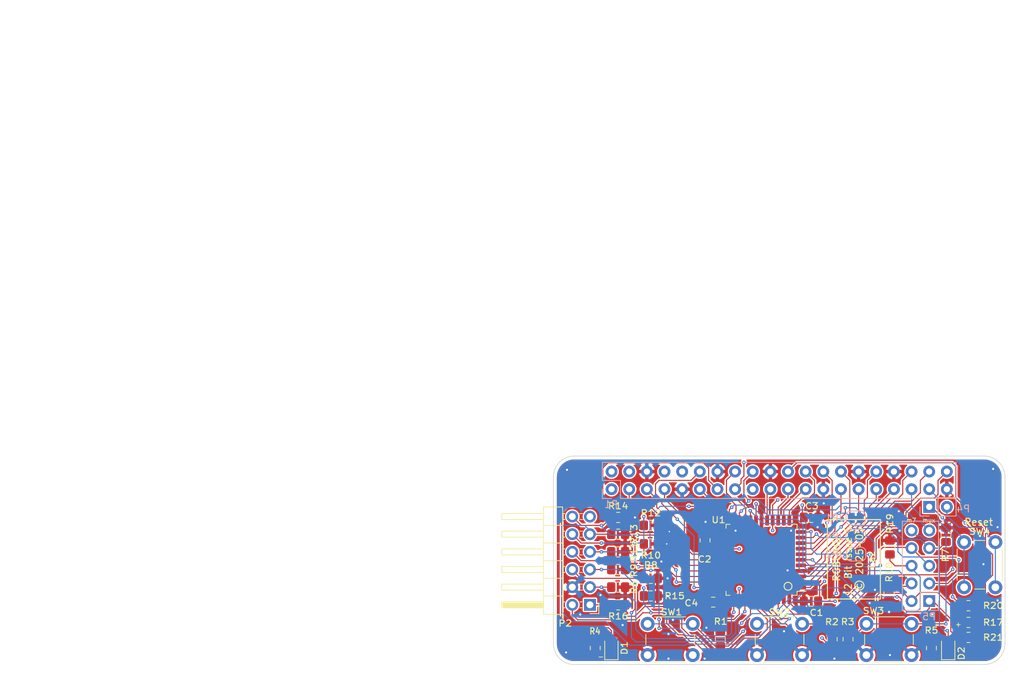
<source format=kicad_pcb>
(kicad_pcb (version 20241229) (generator "pcbnew") (generator_version "9.0")
  (layers (0 "F.Cu" signal) (4 "In1.Cu" signal) (6 "In2.Cu" signal) (2 "B.Cu" signal) (13 "F.Paste" user) (15 "B.Paste" user) (5 "F.SilkS" user "F.Silkscreen") (7 "B.SilkS" user "B.Silkscreen") (1 "F.Mask" user) (3 "B.Mask" user) (25 "Edge.Cuts" user))
  (net 0 "")
  (net 1 "/3V3")
  (net 2 "/GPIO19")
  (net 3 "/GPIO16")
  (net 4 "/GPIO26")
  (net 5 "Net-(D1-K)")
  (net 6 "Net-(D2-K)")
  (net 7 "/VCC")
  (net 8 "/GND")
  (net 9 "/SYNC")
  (net 10 "/VSYNC")
  (net 11 "/RxD")
  (net 12 "/TxD")
  (net 13 "/DETECT")
  (net 14 "/SPDATA")
  (net 15 "/SPCLK")
  (net 16 "/CLKEN")
  (net 17 "/R1")
  (net 18 "/B1")
  (net 19 "/G2")
  (net 20 "/R2")
  (net 21 "/B2")
  (net 22 "/R3")
  (net 23 "/G3")
  (net 24 "/B3")
  (net 25 "/B0")
  (net 26 "/G0")
  (net 27 "/R0")
  (net 28 "/G1")
  (net 29 "/GPIO27_genlock")
  (net 30 "/GPIO25_mode7")
  (net 31 "/GPIO0_sp_data")
  (net 32 "/GPIO20_sp_clk")
  (net 33 "/GPIO1_sp_clken")
  (net 34 "/GPIO17_psync")
  (net 35 "/GPIO18_Version")
  (net 36 "/GPIO22_analog")
  (net 37 "/GPIO24_mux")
  (net 38 "/GPIO21_clk")
  (net 39 "/GPIO2_Q00")
  (net 40 "/GPIO3_Q01")
  (net 41 "/GPIO4_Q02")
  (net 42 "/GPIO10_Q08")
  (net 43 "/GPIO9_Q07")
  (net 44 "/GPIO11_Q09")
  (net 45 "/GPIO8_Q06")
  (net 46 "/GPIO7_Q05")
  (net 47 "/GPIO5_Q03")
  (net 48 "/GPIO6_Q04")
  (net 49 "/GPIO12_Q10")
  (net 50 "/GPIO13_Q11")
  (net 51 "/GPIO23_csync")
  (net 52 "Net-(P4-P1)")
  (net 53 "Net-(P4-P2)")
  (footprint "Capacitor_SMD:C_0805_2012Metric_Pad1.15x1.40mm_HandSolder" (layer "F.Cu") (at 118.4715 99.75596 180)
    (property "Reference" "C1")
    (property "Value" "10uF")
  )
  (footprint "Capacitor_SMD:C_0805_2012Metric_Pad1.15x1.40mm_HandSolder" (layer "F.Cu") (at 103.2315 90.99296 90)
    (property "Reference" "C2")
    (property "Value" "100nF")
  )
  (footprint "Capacitor_SMD:C_0805_2012Metric_Pad1.15x1.40mm_HandSolder" (layer "F.Cu") (at 118.4715 87.69096)
    (property "Reference" "C3")
    (property "Value" "100nF")
  )
  (footprint "Capacitor_SMD:C_0805_2012Metric_Pad1.15x1.40mm_HandSolder" (layer "F.Cu") (at 104.3999 99.88296 180)
    (property "Reference" "C4")
    (property "Value" "100nF")
  )
  (footprint "Resistor_SMD:R_0805_2012Metric_Pad1.15x1.40mm_HandSolder" (layer "F.Cu") (at 105.4211 105.18256 -90)
    (property "Reference" "R1")
    (property "Value" "1K")
  )
  (footprint "Resistor_SMD:R_0805_2012Metric_Pad1.15x1.40mm_HandSolder" (layer "F.Cu") (at 121.5322 105.21696 90)
    (property "Reference" "R2")
    (property "Value" "1K")
  )
  (footprint "Resistor_SMD:R_0805_2012Metric_Pad1.15x1.40mm_HandSolder" (layer "F.Cu") (at 123.8055 105.21696 90)
    (property "Reference" "R3")
    (property "Value" "1K")
  )
  (footprint "Resistor_SMD:R_0805_2012Metric_Pad1.15x1.40mm_HandSolder" (layer "F.Cu") (at 87.42 106.48696 90)
    (property "Reference" "R4")
    (property "Value" "1K")
  )
  (footprint "Resistor_SMD:R_0805_2012Metric_Pad1.15x1.40mm_HandSolder" (layer "F.Cu") (at 135.807 106.48696 90)
    (property "Reference" "R5")
    (property "Value" "1K")
  )
  (footprint "Button_Switch_THT:SW_PUSH_6mm_H5mm" (layer "F.Cu") (at 101.4535 107.50296 180)
    (property "Reference" "SW1")
    (property "Value" "SW_PUSH")
  )
  (footprint "Button_Switch_THT:SW_PUSH_6mm_H5mm" (layer "F.Cu") (at 117.2015 107.50296 180)
    (property "Reference" "SW2")
    (property "Value" "SW_PUSH")
  )
  (footprint "Button_Switch_THT:SW_PUSH_6mm_H5mm" (layer "F.Cu") (at 132.9495 107.50296 180)
    (property "Reference" "SW3")
    (property "Value" "SW_PUSH")
  )
  (footprint "Button_Switch_THT:SW_PUSH_6mm_H5mm" (layer "F.Cu") (at 145.0145 91.24696 -90)
    (property "Reference" "SW4")
    (property "Value" "SW_PUSH")
  )
  (footprint "Package_QFP:LQFP-44_10x10mm_P0.8mm" (layer "F.Cu") (at 111.3595 93.78696 180)
    (property "Reference" "U1")
    (property "Value" "XC9572XL-VQFP44")
  )
  (footprint "Resistor_SMD:R_0805_2012Metric_Pad1.15x1.40mm_HandSolder" (layer "F.Cu") (at 137.90516 90.19286 90)
    (property "Reference" "R7")
    (property "Value" "1K")
  )
  (footprint "LED_SMD:LED_0805_2012Metric" (layer "F.Cu") (at 89.7465 106.48696 90)
    (property "Reference" "D1")
    (property "Value" "LED")
  )
  (footprint "LED_SMD:LED_0805_2012Metric" (layer "F.Cu") (at 138.22 106.48696 90)
    (property "Reference" "D2")
    (property "Value" "LED")
  )
  (footprint "Resistor_SMD:R_0805_2012Metric_Pad1.20x1.40mm_HandSolder" (layer "F.Cu") (at 95.421 96.45396 180)
    (property "Reference" "R8")
    (property "Value" "4.7k")
  )
  (footprint "Resistor_SMD:R_0805_2012Metric_Pad1.20x1.40mm_HandSolder" (layer "F.Cu") (at 95.421 98.99396 180)
    (property "Reference" "R15")
    (property "Value" "4.7k")
  )
  (footprint "Resistor_SMD:R_0805_2012Metric_Pad1.20x1.40mm_HandSolder" (layer "F.Cu") (at 90.722 92.64396 180)
    (property "Reference" "R11")
    (property "Value" "4.7k")
  )
  (footprint "Resistor_SMD:R_0805_2012Metric_Pad1.20x1.40mm_HandSolder" (layer "F.Cu") (at 141.141 104.96296 180)
    (property "Reference" "R21")
    (property "Value" "4.7k")
  )
  (footprint "Resistor_SMD:R_0805_2012Metric_Pad1.20x1.40mm_HandSolder" (layer "F.Cu") (at 95.421 91.50096 180)
    (property "Reference" "R10")
    (property "Value" "4.7k")
  )
  (footprint "Resistor_SMD:R_0805_2012Metric_Pad1.20x1.40mm_HandSolder" (layer "F.Cu") (at 90.722 95.18396 180)
    (property "Reference" "R9")
    (property "Value" "4.7k")
  )
  (footprint "Resistor_SMD:R_0805_2012Metric_Pad1.20x1.40mm_HandSolder" (layer "F.Cu") (at 129.711 98.61296 90)
    (property "Reference" "R18")
    (property "Value" "4.7k")
  )
  (footprint "Resistor_SMD:R_0805_2012Metric_Pad1.20x1.40mm_HandSolder" (layer "F.Cu") (at 129.838 92.00896 -90)
    (property "Reference" "R19")
    (property "Value" "4.7k")
  )
  (footprint "Resistor_SMD:R_0805_2012Metric_Pad1.20x1.40mm_HandSolder" (layer "F.Cu") (at 90.722 87.69096 180)
    (property "Reference" "R14")
    (property "Value" "4.7k")
  )
  (footprint "Resistor_SMD:R_0805_2012Metric_Pad1.20x1.40mm_HandSolder" (layer "F.Cu") (at 95.421 88.83396 180)
    (property "Reference" "R12")
    (property "Value" "4.7k")
  )
  (footprint "Resistor_SMD:R_0805_2012Metric_Pad1.20x1.40mm_HandSolder" (layer "F.Cu") (at 141.141 100.39096 180)
    (property "Reference" "R20")
    (property "Value" "4.7k")
  )
  (footprint "Resistor_SMD:R_0805_2012Metric_Pad1.20x1.40mm_HandSolder" (layer "F.Cu") (at 90.722 97.72396 180)
    (property "Reference" "R6")
    (property "Value" "4.7k")
  )
  (footprint "Resistor_SMD:R_0805_2012Metric_Pad1.20x1.40mm_HandSolder" (layer "F.Cu") (at 90.722 100.26396 180)
    (property "Reference" "R16")
    (property "Value" "4.7k")
  )
  (footprint "Resistor_SMD:R_0805_2012Metric_Pad1.20x1.40mm_HandSolder" (layer "F.Cu") (at 90.722 90.10396 180)
    (property "Reference" "R13")
    (property "Value" "4.7k")
  )
  (footprint "Resistor_SMD:R_0805_2012Metric_Pad1.20x1.40mm_HandSolder" (layer "F.Cu") (at 141.141 102.80396 180)
    (property "Reference" "R17")
    (property "Value" "4.7k")
  )
  (footprint "Connector_PinHeader_2.54mm:PinHeader_2x06_P2.54mm_Horizontal" (layer "F.Cu") (at 86.658 100.26396 180)
    (property "Reference" "P2")
    (property "Value" "Conn_02x06_Odd_Even")
  )
  (footprint "Jumper:SolderJumper-2_P1.3mm_Bridged_RoundedPad1.0x1.5mm" (layer "B.Cu") (at 124.9687 92.97416)
    (property "Reference" "JP2")
    (property "Value" "SolderJumper_2_Bridged")
  )
  (footprint "Jumper:SolderJumper-2_P1.3mm_Bridged_RoundedPad1.0x1.5mm" (layer "B.Cu") (at 124.9179 87.76716)
    (property "Reference" "JP1")
    (property "Value" "SolderJumper_2_Bridged")
  )
  (footprint "Jumper:SolderJumper-2_P1.3mm_Bridged_RoundedPad1.0x1.5mm" (layer "B.Cu") (at 124.9179 90.40876)
    (property "Reference" "JP4")
    (property "Value" "SolderJumper_2_Bridged")
  )
  (footprint "Connector_PinSocket_2.54mm:PinSocket_2x20_P2.54mm_Vertical_Custom" (layer "B.Cu") (at 89.7695 83.62696 -90)
    (property "Reference" "P1")
    (property "Value" "CONN_02X20")
  )
  (footprint "Connector_PinSocket_2.54mm:PinSocket_1x02_P2.54mm_Vertical_Custom" (layer "B.Cu") (at 135.4895 86.16696 -90)
    (property "Reference" "P4")
    (property "Value" "CONN_01X02")
  )
  (footprint "Connector_PinSocket_2.54mm:PinSocket_2x05_P2.54mm_Vertical" (layer "B.Cu") (at 135.4947 99.73056)
    (property "Reference" "P5")
    (property "Value" "Conn_02x05_Odd_Even")
  )
  (gr_line (start 128.4589 99.43096) (end 120.8389 99.43096) (stroke (width 0.15)) (layer "F.SilkS"))
  (gr_circle (center 115.1695 97.59696) (end 115.6775 97.85096) (stroke (width 0.15)) (fill no) (layer "F.SilkS"))
  (gr_line (start 120.8389 88.00096) (end 128.4589 88.00096) (stroke (width 0.15)) (layer "F.SilkS"))
  (gr_line (start 120.8389 99.43096) (end 120.8389 88.00096) (stroke (width 0.15)) (layer "F.SilkS"))
  (gr_line (start 128.4589 88.00096) (end 128.4589 99.43096) (stroke (width 0.15)) (layer "F.SilkS"))
  (gr_arc (start 84.3975 108.856) (mid 82.27618 107.97732) (end 81.3975 105.856) (stroke (width 0.1)) (layer "Edge.Cuts"))
  (gr_arc (start 146.3975 105.856) (mid 145.51882 107.97732) (end 143.3975 108.856) (stroke (width 0.1)) (layer "Edge.Cuts"))
  (gr_arc (start 81.3975 81.856) (mid 82.27618 79.73468) (end 84.3975 78.856) (stroke (width 0.1)) (layer "Edge.Cuts"))
  (gr_arc (start 143.3975 78.856) (mid 145.51882 79.73468) (end 146.3975 81.856) (stroke (width 0.1)) (layer "Edge.Cuts"))
  (gr_line (start 81.3975 81.856) (end 81.3975 105.856) (stroke (width 0.1)) (layer "Edge.Cuts"))
  (gr_line (start 84.3975 78.856) (end 143.3975 78.856) (stroke (width 0.1)) (layer "Edge.Cuts"))
  (gr_line (start 146.3975 81.856) (end 146.3975 105.856) (stroke (width 0.1)) (layer "Edge.Cuts"))
  (gr_line (start 84.3975 108.856) (end 143.3975 108.856) (stroke (width 0.1)) (layer "Edge.Cuts"))
  (gr_text "Laz" (at 127.1635 93.76676 90) (layer "F.SilkS") (effects (font (size 1 0.98))))
  (gr_text "mux" (at 135.4439 88.12276 0) (layer "F.SilkS") (effects (font (size 0.6 0.6) (thickness 0.1))))
  (gr_text "12 Bit Issue 5." (at 123.83356 93.72854 90) (layer "F.SilkS") (effects (font (size 1 0.9))))
  (gr_text "m7" (at 132.9039 88.09736 0) (layer "F.SilkS") (effects (font (size 0.6 0.6) (thickness 0.1))))
  (gr_text "+" (at 139.6857 103.08336 0) (layer "F.SilkS") (effects (font (size 0.7 0.7) (thickness 0.11))))
  (gr_text "RGBtoHD" (at 122.1597 93.69056 90) (layer "F.SilkS") (effects (font (size 1 0.98))))
  (gr_text "-" (at 88.2253 107.73156 0) (layer "F.SilkS") (effects (font (size 0.7 0.7) (thickness 0.11))))
  (gr_text "Reset" (at 142.61178 88.36406 0) (layer "F.SilkS") (effects (font (size 1 1))))
  (gr_text "© 2025-05" (at 125.4617 93.71596 90) (layer "F.SilkS") (effects (font (size 1 0.98))))
  (segment (start 117.2215 85.91836) (end 117.2269 85.91296) (width 0.1524) (layer "F.Cu") (net 1))
  (segment (start 108.1495 97.95696) (end 108.1495 99.43946) (width 0.1524) (layer "F.Cu") (net 1))
  (segment (start 105.4249 99.88296) (end 105.4249 102.37596) (width 0.1524) (layer "F.Cu") (net 1))
  (segment (start 108.1595 99.44946) (end 108.1595 101.595623) (width 0.1524) (layer "F.Cu") (net 1))
  (segment (start 121.9386 99.75596) (end 121.947284 99.764644) (width 0.1524) (layer "F.Cu") (net 1))
  (segment (start 105.4249 102.37596) (end 105.4249 104.15376) (width 0.1524) (layer "F.Cu") (net 1))
  (segment (start 108.1595 101.595623) (end 107.379163 102.37596) (width 0.1524) (layer "F.Cu") (net 1))
  (segment (start 107.379163 102.37596) (end 105.4249 102.37596) (width 0.1524) (layer "F.Cu") (net 1))
  (segment (start 119.7215 99.75596) (end 119.7215 97.591562) (width 0.1524) (layer "F.Cu") (net 1))
  (segment (start 112.9495 89.55696) (end 112.9495 85.90296) (width 0.1524) (layer "F.Cu") (net 1))
  (segment (start 119.4965 99.75596) (end 121.9386 99.75596) (width 0.1524) (layer "F.Cu") (net 1))
  (segment (start 119.7215 97.591562) (end 120.4146 96.898462) (width 0.1524) (layer "F.Cu") (net 1))
  (segment (start 120.0717 105.05186) (end 121.2618 106.24196) (width 0.1524) (layer "F.Cu") (net 1))
  (segment (start 103.2623 92.21216) (end 108.1591 92.21216) (width 0.1524) (layer "F.Cu") (net 1))
  (segment (start 117.2215 87.69096) (end 117.2215 85.91836) (width 0.1524) (layer "F.Cu") (net 1))
  (segment (start 112.9495 85.90296) (end 113.6761 85.17636) (width 0.1524) (layer "F.Cu") (net 1))
  (segment (start 123.8055 106.24196) (end 121.2618 106.24196) (width 0.1524) (layer "F.Cu") (net 1))
  (via (at 120.0717 105.05186) (size 0.5) (drill 0.2) (layers "F.Cu" "B.Cu") (net 1))
  (via (at 112.9495 89.55696) (size 0.5) (drill 0.2) (layers "F.Cu" "B.Cu") (net 1))
  (via (at 117.2269 85.91296) (size 0.5) (drill 0.2) (layers "F.Cu" "B.Cu") (net 1))
  (via (at 121.947284 99.764644) (size 0.5) (drill 0.2) (layers "F.Cu" "B.Cu") (net 1))
  (via (at 113.6761 85.17636) (size 0.5) (drill 0.2) (layers "F.Cu" "B.Cu") (net 1))
  (via (at 108.1591 92.21216) (size 0.5) (drill 0.2) (layers "F.Cu" "B.Cu") (net 1))
  (via (at 108.1495 97.95696) (size 0.5) (drill 0.2) (layers "F.Cu" "B.Cu") (net 1))
  (via (at 120.4146 96.898462) (size 0.5) (drill 0.2) (layers "F.Cu" "B.Cu") (net 1))
  (segment (start 135.935068 103.007328) (end 135.9307 103.00296) (width 0.1524) (layer "F.Cu") (net 2))
  (segment (start 125.2605 104.19196) (end 123.8055 104.19196) (width 0.1524) (layer "F.Cu") (net 2))
  (segment (start 135.9307 103.00296) (end 132.9495 103.00296) (width 0.1524) (layer "F.Cu") (net 2))
  (segment (start 126.4495 103.00296) (end 125.2605 104.19196) (width 0.1524) (layer "F.Cu") (net 2))
  (segment (start 137.889632 103.007328) (end 135.935068 103.007328) (width 0.1524) (layer "F.Cu") (net 2))
  (via (at 137.889632 103.007328) (size 0.5) (drill 0.2) (layers "F.Cu" "B.Cu") (net 2))
  (segment (start 137.889632 103.007328) (end 137.9077 102.98926) (width 0.1524) (layer "B.Cu") (net 2))
  (segment (start 134.8089 87.97036) (end 132.9495 86.11096) (width 0.1524) (layer "B.Cu") (net 2))
  (segment (start 126.4537 103.00716) (end 132.9453 103.00716) (width 0.1524) (layer "B.Cu") (net 2))
  (segment (start 135.813786 87.97036) (end 134.8089 87.97036) (width 0.1524) (layer "B.Cu") (net 2))
  (segment (start 137.9077 102.98926) (end 137.9077 90.064274) (width 0.1524) (layer "B.Cu") (net 2))
  (segment (start 137.9077 90.064274) (end 135.813786 87.97036) (width 0.1524) (layer "B.Cu") (net 2))
  (segment (start 132.9495 86.11096) (end 132.9495 83.62696) (width 0.1524) (layer "B.Cu") (net 2))
  (segment (start 122.1291 98.61296) (end 122.1291 93.68536) (width 0.1524) (layer "F.Cu") (net 3))
  (segment (start 129.932133 84.947727) (end 131.024333 84.947727) (width 0.1524) (layer "F.Cu") (net 3))
  (segment (start 131.024333 84.947727) (end 131.6795 84.29256) (width 0.1524) (layer "F.Cu") (net 3))
  (segment (start 131.6795 82.35696) (end 132.9495 81.08696) (width 0.1524) (layer "F.Cu") (net 3))
  (segment (start 104.6581 106.20756) (end 105.4211 106.20756) (width 0.1524) (layer "F.Cu") (net 3))
  (segment (start 122.1291 93.68536) (end 128.05251 87.76195) (width 0.1524) (layer "F.Cu") (net 3))
  (segment (start 106.5895 106.20756) (end 108.6977 104.09936) (width 0.1524) (layer "F.Cu") (net 3))
  (segment (start 131.6795 84.29256) (end 131.6795 82.35696) (width 0.1524) (layer "F.Cu") (net 3))
  (segment (start 128.05251 87.76195) (end 128.05251 86.82735) (width 0.1524) (layer "F.Cu") (net 3))
  (segment (start 105.4211 106.20756) (end 106.5895 106.20756) (width 0.1524) (layer "F.Cu") (net 3))
  (segment (start 128.05251 86.82735) (end 129.932133 84.947727) (width 0.1524) (layer "F.Cu") (net 3))
  (segment (start 101.4535 103.00296) (end 104.6581 106.20756) (width 0.1524) (layer "F.Cu") (net 3))
  (via (at 122.1291 98.61296) (size 0.5) (drill 0.2) (layers "F.Cu" "B.Cu") (net 3))
  (via (at 108.6977 104.09936) (size 0.5) (drill 0.2) (layers "F.Cu" "B.Cu") (net 3))
  (segment (start 94.9535 103.00296) (end 101.4535 103.00296) (width 0.1524) (layer "B.Cu") (net 3))
  (segment (start 109.1803 102.34676) (end 109.1803 103.61676) (width 0.1524) (layer "B.Cu") (net 3))
  (segment (start 111.648359 101.822819) (end 113.819041 101.822819) (width 0.1524) (layer "B.Cu") (net 3))
  (segment (start 115.86049 99.78137) (end 120.96069 99.78137) (width 0.1524) (layer "B.Cu") (net 3))
  (segment (start 111.3595 101.53396) (end 111.648359 101.822819) (width 0.1524) (layer "B.Cu") (net 3))
  (segment (start 113.819041 101.822819) (end 115.86049 99.78137) (width 0.1524) (layer "B.Cu") (net 3))
  (segment (start 108.6977 104.09936) (end 109.1803 103.61676) (width 0.1524) (layer "B.Cu") (net 3))
  (segment (start 109.9931 101.53396) (end 109.1803 102.34676) (width 0.1524) (layer "B.Cu") (net 3))
  (segment (start 120.96069 99.78137) (end 122.1291 98.61296) (width 0.1524) (layer "B.Cu") (net 3))
  (segment (start 109.9931 101.53396) (end 111.3595 101.53396) (width 0.1524) (layer "B.Cu") (net 3))
  (segment (start 120.3601 103.01986) (end 121.5322 104.19196) (width 0.1524) (layer "F.Cu") (net 4))
  (segment (start 117.2184 103.01986) (end 120.3601 103.01986) (width 0.1524) (layer "F.Cu") (net 4))
  (segment (start 128.822 95.94596) (end 121.5322 103.23576) (width 0.1524) (layer "F.Cu") (net 4))
  (segment (start 121.5322 103.23576) (end 121.5322 104.19196) (width 0.1524) (layer "F.Cu") (net 4))
  (segment (start 138.093 95.94596) (end 128.822 95.94596) (width 0.1524) (layer "F.Cu") (net 4))
  (segment (start 138.8729 95.16606) (end 138.093 95.94596) (width 0.1524) (layer "F.Cu") (net 4))
  (via (at 138.8729 95.16606) (size 0.5) (drill 0.2) (layers "F.Cu" "B.Cu") (net 4))
  (segment (start 136.739299 88.071959) (end 136.739299 84.876759) (width 0.1524) (layer "B.Cu") (net 4))
  (segment (start 136.739299 84.876759) (end 135.4895 83.62696) (width 0.1524) (layer "B.Cu") (net 4))
  (segment (start 115.047699 101.610159) (end 115.808699 101.610159) (width 0.1524) (layer "B.Cu") (net 4))
  (segment (start 112.0293 103.00296) (end 112.6347 102.39756) (width 0.1524) (layer "B.Cu") (net 4))
  (segment (start 138.8729 95.16606) (end 138.8729 90.20556) (width 0.1524) (layer "B.Cu") (net 4))
  (segment (start 110.7015 103.00296) (end 112.0293 103.00296) (width 0.1524) (layer "B.Cu") (net 4))
  (segment (start 112.6347 102.39756) (end 114.260298 102.39756) (width 0.1524) (layer "B.Cu") (net 4))
  (segment (start 138.8729 90.20556) (end 136.739299 88.071959) (width 0.1524) (layer "B.Cu") (net 4))
  (segment (start 114.260298 102.39756) (end 115.047699 101.610159) (width 0.1524) (layer "B.Cu") (net 4))
  (segment (start 115.808699 101.610159) (end 117.2015 103.00296) (width 0.1524) (layer "B.Cu") (net 4))
  (segment (start 87.42 107.51196) (end 89.659 107.51196) (width 0.1524) (layer "F.Cu") (net 5))
  (segment (start 135.807 107.51196) (end 138.1325 107.51196) (width 0.1524) (layer "F.Cu") (net 6))
  (segment (start 139.3809 85.60816) (end 139.3809 87.69212) (width 0.1524) (layer "F.Cu") (net 8))
  (segment (start 117.4465 100.10256) (end 117.8238 100.47986) (width 0.1524) (layer "F.Cu") (net 8))
  (segment (start 138.879499 84.476959) (end 138.879499 85.106759) (width 0.1524) (layer "F.Cu") (net 8))
  (segment (start 138.0295 83.62696) (end 138.879499 84.476959) (width 0.1524) (layer "F.Cu") (net 8))
  (segment (start 138.879499 85.106759) (end 139.3809 85.60816) (width 0.1524) (layer "F.Cu") (net 8))
  (segment (start 137.90516 89.16786) (end 139.3809 87.69212) (width 0.1524) (layer "F.Cu") (net 8))
  (via (at 97.961 104.45496) (size 0.6) (drill 0.3) (layers "F.Cu" "B.Cu") (net 8))
  (via (at 97.834 96.45396) (size 0.6) (drill 0.3) (layers "F.Cu" "B.Cu") (net 8))
  (via (at 145.332 89.08796) (size 0.6) (drill 0.3) (layers "F.Cu" "B.Cu") (net 8))
  (via (at 96.945 94.04096) (size 0.6) (drill 0.3) (layers "F.Cu" "B.Cu") (net 8))
  (via (at 98.596 102.42296) (size 0.6) (drill 0.3) (layers "F.Cu" "B.Cu") (net 8))
  (via (at 123.234 98.48596) (size 0.6) (drill 0.3) (layers "F.Cu" "B.Cu") (net 8))
  (via (at 143.3 94.42196) (size 0.6) (drill 0.3) (layers "F.Cu" "B.Cu") (net 8))
  (via (at 103.295 88.32596) (size 0.6) (drill 0.3) (layers "F.Cu" "B.Cu") (net 8))
  (via (at 145.332 99.62896) (size 0.6) (drill 0.3) (layers "F.Cu" "B.Cu") (net 8))
  (via (at 121.837 108.01096) (size 0.6) (drill 0.3) (layers "F.Cu" "B.Cu") (net 8))
  (via (at 85.261 101.66096) (size 0.6) (drill 0.3) (layers "F.Cu" "B.Cu") (net 8))
  (via (at 115.614 89.59596) (size 0.6) (drill 0.3) (layers "F.Cu" "B.Cu") (net 8))
  (via (at 135.934 101.66096) (size 0.6) (drill 0.3) (layers "F.Cu" "B.Cu") (net 8))
  (via (at 83.229 107.12196) (size 0.6) (drill 0.3) (layers "F.Cu" "B.Cu") (net 8))
  (via (at 127.679 98.10496) (size 0.6) (drill 0.3) (layers "F.Cu" "B.Cu") (net 8))
  (via (at 131.108 86.80196) (size 0.6) (drill 0.3) (layers "F.Cu" "B.Cu") (net 8))
  (via (at 103.422 103.56596) (size 0.6) (drill 0.3) (layers "F.Cu" "B.Cu") (net 8))
  (via (at 93.135 95.69196) (size 0.5) (drill 0.2) (layers "F.Cu" "B.Cu") (net 8))
  (via (at 114.598 104.07396) (size 0.6) (drill 0.3) (layers "F.Cu" "B.Cu") (net 8))
  (via (at 126.917 100.00996) (size 0.6) (drill 0.3) (layers "F.Cu" "B.Cu") (net 8))
  (via (at 91.357 103.18496) (size 0.6) (drill 0.3) (layers "F.Cu" "B.Cu") (net 8))
  (via (at 103.168 108.01096) (size 0.6) (drill 0.3) (layers "F.Cu" "B.Cu") (net 8))
  (via (at 129.711 101.27996) (size 0.6) (drill 0.3) (layers "F.Cu" "B.Cu") (net 8))
  (via (at 144.697 80.70596) (size 0.6) (drill 0.3) (layers "F.Cu" "B.Cu") (net 8))
  (via (at 107.613 89.59596) (size 0.6) (drill 0.3) (layers "F.Cu" "B.Cu") (net 8))
  (via (at 88.182 98.86696) (size 0.6) (drill 0.3) (layers "F.Cu" "B.Cu") (net 8))
  (via (at 115.106 95.31096) (size 0.6) (drill 0.3) (layers "F.Cu" "B.Cu") (net 8))
  (via (at 97.834 98.99396) (size 0.6) (drill 0.3) (layers "F.Cu" "B.Cu") (net 8))
  (via (at 83.356 80.83296) (size 0.6) (drill 0.3) (layers "F.Cu" "B.Cu") (net 8))
  (via (at 142.792 90.35796) (size 0.6) (drill 0.3) (layers "F.Cu" "B.Cu") (net 8))
  (via (at 129.838 107.50296) (size 0.6) (drill 0.3) (layers "F.Cu" "B.Cu") (net 8))
  (via (at 123.488 95.81896) (size 0.6) (drill 0.3) (layers "F.Cu" "B.Cu") (net 8))
  (via (at 119.424 89.08796) (size 0.6) (drill 0.3) (layers "F.Cu" "B.Cu") (net 8))
  (via (at 93.135 87.69096) (size 0.6) (drill 0.3) (layers "F.Cu" "B.Cu") (net 8))
  (via (at 117.8238 100.47986) (size 0.5) (drill 0.2) (layers "F.Cu" "B.Cu") (net 8))
  (via (at 131.235 89.59596) (size 0.6) (drill 0.3) (layers "F.Cu" "B.Cu") (net 8))
  (via (at 120.313 85.65896) (size 0.6) (drill 0.3) (layers "F.Cu" "B.Cu") (net 8))
  (via (at 98.088 89.72296) (size 0.5) (drill 0.2) (layers "F.Cu" "B.Cu") (net 8))
  (via (at 97.707 91.50096) (size 0.5) (drill 0.2) (layers "F.Cu" "B.Cu") (net 8))
  (via (at 129.457 88.32596) (size 0.6) (drill 0.3) (layers "F.Cu" "B.Cu") (net 8))
  (via (at 97.961 108.01096) (size 0.6) (drill 0.3) (layers "F.Cu" "B.Cu") (net 8))
  (segment (start 105.697 87.58586) (end 105.697 89.78696) (width 0.1524) (layer "F.Cu") (net 9))
  (segment (start 104.2019 86.09076) (end 105.697 87.58586) (width 0.1524) (layer "F.Cu") (net 9))
  (segment (start 86.658 92.64396) (end 89.722 92.64396) (width 0.1524) (layer "F.Cu") (net 9))
  (segment (start 104.2019 86.09076) (end 100.8999 86.09076) (width 0.1524) (layer "F.Cu") (net 9))
  (via (at 88.309 92.64396) (size 0.5) (drill 0.2) (layers "F.Cu" "B.Cu") (net 9))
  (via (at 100.8999 86.09076) (size 0.5) (drill 0.2) (layers "F.Cu" "B.Cu") (net 9))
  (segment (start 96.7672 86.09076) (end 95.294 87.56396) (width 0.1524) (layer "B.Cu") (net 9))
  (segment (start 95.294 92.00896) (end 94.659 92.64396) (width 0.1524) (layer "B.Cu") (net 9))
  (segment (start 100.8999 86.09076) (end 96.7672 86.09076) (width 0.1524) (layer "B.Cu") (net 9))
  (segment (start 95.294 87.56396) (end 95.294 92.00896) (width 0.1524) (layer "B.Cu") (net 9))
  (segment (start 88.309 92.64396) (end 94.659 92.64396) (width 0.1524) (layer "B.Cu") (net 9))
  (segment (start 114.123526 102.245159) (end 115.3525 102.245159) (width 0.1524) (layer "F.Cu") (net 10))
  (segment (start 112.9595 99.63696) (end 112.9595 101.081133) (width 0.1524) (layer "F.Cu") (net 10))
  (segment (start 112.9595 101.081133) (end 114.123526 102.245159) (width 0.1524) (layer "F.Cu") (net 10))
  (segment (start 86.658 90.10396) (end 89.722 90.10396) (width 0.1524) (layer "F.Cu") (net 10))
  (via (at 115.3525 102.245159) (size 0.5) (drill 0.2) (layers "F.Cu" "B.Cu") (net 10))
  (segment (start 109.0787 104.60736) (end 111.2885 104.60736) (width 0.1524) (layer "B.Cu") (net 10))
  (segment (start 82.594 89.11082) (end 82.594 101.2825) (width 0.1524) (layer "B.Cu") (net 10))
  (segment (start 100.551768 105.928193) (end 107.757867 105.928193) (width 0.1524) (layer "B.Cu") (net 10))
  (segment (start 88.944 102.67696) (end 92.3476 106.08056) (width 0.1524) (layer "B.Cu") (net 10))
  (segment (start 112.8887 103.00716) (end 114.590499 103.00716) (width 0.1524) (layer "B.Cu") (net 10))
  (segment (start 107.757867 105.928193) (end 109.0787 104.60736) (width 0.1524) (layer "B.Cu") (net 10))
  (segment (start 82.594 89.11082) (end 82.87086 88.83396) (width 0.1524) (layer "B.Cu") (net 10))
  (segment (start 82.87086 88.83396) (end 85.896 88.83396) (width 0.1524) (layer "B.Cu") (net 10))
  (segment (start 111.2885 104.60736) (end 112.8887 103.00716) (width 0.1524) (layer "B.Cu") (net 10))
  (segment (start 83.98846 102.67696) (end 88.944 102.67696) (width 0.1524) (layer "B.Cu") (net 10))
  (segment (start 92.3476 106.08056) (end 100.399401 106.08056) (width 0.1524) (layer "B.Cu") (net 10))
  (segment (start 114.590499 103.00716) (end 115.3525 102.245159) (width 0.1524) (layer "B.Cu") (net 10))
  (segment (start 100.399401 106.08056) (end 100.551768 105.928193) (width 0.1524) (layer "B.Cu") (net 10))
  (segment (start 82.594 101.2825) (end 83.98846 102.67696) (width 0.1524) (layer "B.Cu") (net 10))
  (segment (start 85.896 88.83396) (end 86.658 89.59596) (width 0.1524) (layer "B.Cu") (net 10))
  (segment (start 131.4815 100.49256) (end 132.2689 101.27996) (width 0.1524) (layer "F.Cu") (net 13))
  (segment (start 131.133422 99.120961) (end 131.4815 99.469039) (width 0.1524) (layer "F.Cu") (net 13))
  (segment (start 130.854 99.120961) (end 131.133422 99.120961) (width 0.1524) (layer "F.Cu") (net 13))
  (segment (start 138.601 102.29596) (end 138.601 104.07396) (width 0.1524) (layer "F.Cu") (net 13))
  (segment (start 136.0356 99.73056) (end 138.601 102.29596) (width 0.1524) (layer "F.Cu") (net 13))
  (segment (start 135.4947 100.78376) (end 135.4947 99.73056) (width 0.1524) (layer "F.Cu") (net 13))
  (segment (start 138.601 104.07396) (end 139.49 104.96296) (width 0.1524) (layer "F.Cu") (net 13))
  (segment (start 109.7595 86.743528) (end 109.731631 86.715659) (width 0.1524) (layer "F.Cu") (net 13))
  (segment (start 134.9985 101.27996) (end 135.4947 100.78376) (width 0.1524) (layer "F.Cu") (net 13))
  (segment (start 132.2689 101.27996) (end 134.9985 101.27996) (width 0.1524) (layer "F.Cu") (net 13))
  (segment (start 109.7595 88.12446) (end 109.7595 86.743528) (width 0.1524) (layer "F.Cu") (net 13))
  (segment (start 139.49 104.96296) (end 140.141 104.96296) (width 0.1524) (layer "F.Cu") (net 13))
  (segment (start 131.4815 99.469039) (end 131.4815 100.49256) (width 0.1524) (layer "F.Cu") (net 13))
  (via (at 109.731631 86.715659) (size 0.5) (drill 0.2) (layers "F.Cu" "B.Cu") (net 13))
  (via (at 130.854 99.120961) (size 0.5) (drill 0.2) (layers "F.Cu" "B.Cu") (net 13))
  (segment (start 116.762068 89.075128) (end 116.2415 88.55456) (width 0.1524) (layer "B.Cu") (net 13))
  (segment (start 122.6498 96.12376) (end 117.8417 96.12376) (width 0.1524) (layer "B.Cu") (net 13))
  (segment (start 117.8417 96.12376) (end 116.762068 95.044128) (width 0.1524) (layer "B.Cu") (net 13))
  (segment (start 111.570532 88.55456) (end 109.731631 86.715659) (width 0.1524) (layer "B.Cu") (net 13))
  (segment (start 125.647001 99.120961) (end 122.6498 96.12376) (width 0.1524) (layer "B.Cu") (net 13))
  (segment (start 116.2415 88.55456) (end 111.570532 88.55456) (width 0.1524) (layer "B.Cu") (net 13))
  (segment (start 130.854 99.120961) (end 125.647001 99.120961) (width 0.1524) (layer "B.Cu") (net 13))
  (segment (start 116.762068 95.044128) (end 116.762068 89.075128) (width 0.1524) (layer "B.Cu") (net 13))
  (segment (start 121.92591 88.610556) (end 123.4245 87.111966) (width 0.1524) (layer "F.Cu") (net 14))
  (segment (start 123.4245 87.111966) (end 123.4245 86.29396) (width 0.1524) (layer "F.Cu") (net 14))
  (segment (start 118.57625 92.98696) (end 121.92591 89.6373) (width 0.1524) (layer "F.Cu") (net 14))
  (segment (start 117.022 92.98696) (end 118.57625 92.98696) (width 0.1524) (layer "F.Cu") (net 14))
  (segment (start 121.92591 89.6373) (end 121.92591 88.610556) (width 0.1524) (layer "F.Cu") (net 14))
  (via (at 123.4245 86.29396) (size 0.5) (drill 0.2) (layers "F.Cu" "B.Cu") (net 14))
  (segment (start 124.942292 86.29396) (end 125.5679 86.919568) (width 0.1524) (layer "B.Cu") (net 14))
  (segment (start 125.5679 86.919568) (end 125.5679 87.76716) (width 0.1524) (layer "B.Cu") (net 14))
  (segment (start 123.4245 86.29396) (end 124.942292 86.29396) (width 0.1524) (layer "B.Cu") (net 14))
  (segment (start 116.624089 101.210549) (end 121.614311 101.210549) (width 0.1524) (layer "F.Cu") (net 15))
  (segment (start 121.614311 101.210549) (end 126.9349 95.88996) (width 0.1524) (layer "F.Cu") (net 15))
  (segment (start 126.9349 95.88996) (end 126.9349 93.05036) (width 0.1524) (layer "F.Cu") (net 15))
  (segment (start 115.3595 99.94596) (end 116.624089 101.210549) (width 0.1524) (layer "F.Cu") (net 15))
  (via (at 126.9349 93.05036) (size 0.5) (drill 0.2) (layers "F.Cu" "B.Cu") (net 15))
  (segment (start 126.9349 93.05036) (end 125.6949 93.05036) (width 0.1524) (layer "B.Cu") (net 15))
  (segment (start 117.022 93.78696) (end 118.6799 93.78696) (width 0.1524) (layer "F.Cu") (net 16))
  (via (at 118.6799 93.78696) (size 0.5) (drill 0.2) (layers "F.Cu" "B.Cu") (net 16))
  (segment (start 126.93491 94.39655) (end 127.569901 93.761559) (width 0.1524) (layer "B.Cu") (net 16))
  (segment (start 127.569901 93.761559) (end 127.569901 91.272361) (width 0.1524) (layer "B.Cu") (net 16))
  (segment (start 118.6799 93.78696) (end 119.28949 94.39655) (width 0.1524) (layer "B.Cu") (net 16))
  (segment (start 126.7063 90.40876) (end 125.5679 90.40876) (width 0.1524) (layer "B.Cu") (net 16))
  (segment (start 127.569901 91.272361) (end 126.7063 90.40876) (width 0.1524) (layer "B.Cu") (net 16))
  (segment (start 119.28949 94.39655) (end 126.93491 94.39655) (width 0.1524) (layer "B.Cu") (net 16))
  (segment (start 97.707 101.91496) (end 97.707 102.93096) (width 0.1524) (layer "F.Cu") (net 17))
  (segment (start 94.278 101.40696) (end 93.262 102.42296) (width 0.1524) (layer "F.Cu") (net 17))
  (segment (start 104.036811 107.909371) (end 106.843489 107.909371) (width 0.1524) (layer "F.Cu") (net 17))
  (segment (start 110.8821 105.77576) (end 112.5839 104.07396) (width 0.1524) (layer "F.Cu") (net 17))
  (segment (start 99.358 104.58196) (end 100.14032 104.58196) (width 0.1524) (layer "F.Cu") (net 17))
  (segment (start 95.421 101.40696) (end 97.199 101.40696) (width 0.1524) (layer "F.Cu") (net 17))
  (segment (start 100.14032 104.58196) (end 101.08012 105.52176) (width 0.1524) (layer "F.Cu") (net 17))
  (segment (start 101.08012 105.52176) (end 101.6492 105.52176) (width 0.1524) (layer "F.Cu") (net 17))
  (segment (start 106.843489 107.909371) (end 108.9771 105.77576) (width 0.1524) (layer "F.Cu") (net 17))
  (segment (start 112.5839 104.07396) (end 112.5839 102.11816) (width 0.1524) (layer "F.Cu") (net 17))
  (segment (start 97.199 101.40696) (end 97.707 101.91496) (width 0.1524) (layer "F.Cu") (net 17))
  (segment (start 111.3595 100.89376) (end 111.3595 99.44946) (width 0.1524) (layer "F.Cu") (net 17))
  (segment (start 108.9771 105.77576) (end 110.8821 105.77576) (width 0.1524) (layer "F.Cu") (net 17))
  (segment (start 101.6492 105.52176) (end 104.036811 107.909371) (width 0.1524) (layer "F.Cu") (net 17))
  (segment (start 112.5839 102.11816) (end 111.3595 100.89376) (width 0.1524) (layer "F.Cu") (net 17))
  (segment (start 95.421 101.40696) (end 94.278 101.40696) (width 0.1524) (layer "F.Cu") (net 17))
  (segment (start 94.405 97.85096) (end 94.405 98.97796) (width 0.1524) (layer "F.Cu") (net 17))
  (segment (start 93.262 102.42296) (end 84.88 102.42296) (width 0.1524) (layer "F.Cu") (net 17))
  (segment (start 84.88 102.42296) (end 84.118 101.66096) (width 0.1524) (layer "F.Cu") (net 17))
  (segment (start 84.118 101.66096) (end 84.118 100.26396) (width 0.1524) (layer "F.Cu") (net 17))
  (segment (start 97.707 102.93096) (end 99.358 104.58196) (width 0.1524) (layer "F.Cu") (net 17))
  (via (at 95.421 101.40696) (size 0.5) (drill 0.2) (layers "F.Cu" "B.Cu") (net 17))
  (via (at 94.405 97.85096) (size 0.5) (drill 0.2) (layers "F.Cu" "B.Cu") (net 17))
  (segment (start 95.421 101.40696) (end 95.421 101.15296) (width 0.1524) (layer "B.Cu") (net 17))
  (segment (start 95.421 101.15296) (end 94.405 100.13696) (width 0.1524) (layer "B.Cu") (net 17))
  (segment (start 94.405 100.13696) (end 94.405 97.85096) (width 0.1524) (layer "B.Cu") (net 17))
  (segment (start 110.5595 100.75416) (end 112.1775 102.37216) (width 0.1524) (layer "F.Cu") (net 18))
  (segment (start 104.5321 107.50296) (end 101.839509 104.810369) (width 0.1524) (layer "F.Cu") (net 18))
  (segment (start 110.9075 105.06456) (end 108.8755 105.06456) (width 0.1524) (layer "F.Cu") (net 18))
  (segment (start 101.839509 104.810369) (end 101.102909 104.810369) (width 0.1524) (layer "F.Cu") (net 18))
  (segment (start 99.8787 102.381609) (end 98.015051 100.51796) (width 0.1524) (layer "F.Cu") (net 18))
  (segment (start 101.102909 104.810369) (end 99.8787 103.58616) (width 0.1524) (layer "F.Cu") (net 18))
  (segment (start 110.5595 99.44946) (end 110.5595 100.75416) (width 0.1524) (layer "F.Cu") (net 18))
  (segment (start 90.087 101.91496) (end 89.722 101.54996) (width 0.1524) (layer "F.Cu") (net 18))
  (segment (start 93.135 101.91496) (end 90.087 101.91496) (width 0.1524) (layer "F.Cu") (net 18))
  (segment (start 106.4371 107.50296) (end 104.5321 107.50296) (width 0.1524) (layer "F.Cu") (net 18))
  (segment (start 108.8755 105.06456) (end 106.4371 107.50296) (width 0.1524) (layer "F.Cu") (net 18))
  (segment (start 94.532 100.51796) (end 93.135 101.91496) (width 0.1524) (layer "F.Cu") (net 18))
  (segment (start 112.1775 102.37216) (end 112.1775 103.79456) (width 0.1524) (layer "F.Cu") (net 18))
  (segment (start 98.015051 100.51796) (end 94.532 100.51796) (width 0.1524) (layer "F.Cu") (net 18))
  (segment (start 86.658 100.26396) (end 89.722 100.26396) (width 0.1524) (layer "F.Cu") (net 18))
  (segment (start 99.8787 103.58616) (end 99.8787 102.381609) (width 0.1524) (layer "F.Cu") (net 18))
  (segment (start 89.722 101.54996) (end 89.722 100.26396) (width 0.1524) (layer "F.Cu") (net 18))
  (segment (start 112.1775 103.79456) (end 110.9075 105.06456) (width 0.1524) (layer "F.Cu") (net 18))
  (segment (start 86.658 97.72396) (end 88.309 97.72396) (width 0.1524) (layer "F.Cu") (net 19))
  (segment (start 88.309 97.72396) (end 89.722 97.72396) (width 0.1524) (layer "F.Cu") (net 19))
  (segment (start 108.9595 99.44946) (end 108.9595 101.22136) (width 0.1524) (layer "F.Cu") (net 19))
  (segment (start 108.9595 101.22136) (end 108.9517 101.22916) (width 0.1524) (layer "F.Cu") (net 19))
  (via (at 108.9517 101.22916) (size 0.5) (drill 0.2) (layers "F.Cu" "B.Cu") (net 19))
  (via (at 88.309 97.72396) (size 0.5) (drill 0.2) (layers "F.Cu" "B.Cu") (net 19))
  (segment (start 93.262 103.817316) (end 93.262 99.88296) (width 0.1524) (layer "B.Cu") (net 19))
  (segment (start 93.262 99.88296) (end 92.373 98.99396) (width 0.1524) (layer "B.Cu") (net 19))
  (segment (start 94.560055 105.115371) (end 93.262 103.817316) (width 0.1524) (layer "B.Cu") (net 19))
  (segment (start 108.9517 101.22916) (end 107.651111 102.529749) (width 0.1524) (layer "B.Cu") (net 19))
  (segment (start 107.651111 102.529749) (end 107.651111 104.2804) (width 0.1524) (layer "B.Cu") (net 19))
  (segment (start 89.579 98.99396) (end 88.309 97.72396) (width 0.1524) (layer "B.Cu") (net 19))
  (segment (start 92.373 98.99396) (end 89.579 98.99396) (width 0.1524) (layer "B.Cu") (net 19))
  (segment (start 107.651111 104.2804) (end 106.81614 105.115371) (width 0.1524) (layer "B.Cu") (net 19))
  (segment (start 106.81614 105.115371) (end 94.560055 105.115371) (width 0.1524) (layer "B.Cu") (net 19))
  (segment (start 96.61734 103.65994) (end 96.61734 102.38574) (width 0.1524) (layer "F.Cu") (net 20))
  (segment (start 95.421 95.31096) (end 94.659 95.31096) (width 0.1524) (layer "F.Cu") (net 20))
  (segment (start 107.3595 99.44946) (end 107.3595 101.305405) (width 0.1524) (layer "F.Cu") (net 20))
  (segment (start 85.3245 96.45396) (end 84.0545 95.18396) (width 0.1524) (layer "F.Cu") (net 20))
  (segment (start 94.421 95.54896) (end 94.421 96.45396) (width 0.1524) (layer "F.Cu") (net 20))
  (segment (start 96.61734 102.38574) (end 96.59956 102.36796) (width 0.1524) (layer "F.Cu") (net 20))
  (segment (start 107.3595 101.305405) (end 107.368922 101.314827) (width 0.1524) (layer "F.Cu") (net 20))
  (segment (start 85.3245 96.45396) (end 94.421 96.45396) (width 0.1524) (layer "F.Cu") (net 20))
  (segment (start 94.659 95.31096) (end 94.421 95.54896) (width 0.1524) (layer "F.Cu") (net 20))
  (via (at 107.368922 101.314827) (size 0.5) (drill 0.2) (layers "F.Cu" "B.Cu") (net 20))
  (via (at 96.59956 102.36796) (size 0.5) (drill 0.2) (layers "F.Cu" "B.Cu") (net 20))
  (via (at 95.421 95.31096) (size 0.5) (drill 0.2) (layers "F.Cu" "B.Cu") (net 20))
  (via (at 96.61734 103.65994) (size 0.5) (drill 0.2) (layers "F.Cu" "B.Cu") (net 20))
  (segment (start 107.029301 101.654448) (end 107.368922 101.314827) (width 0.1524) (layer "B.Cu") (net 20))
  (segment (start 96.056 95.31096) (end 96.59956 95.85452) (width 0.1524) (layer "B.Cu") (net 20))
  (segment (start 95.421 95.31096) (end 96.056 95.31096) (width 0.1524) (layer "B.Cu") (net 20))
  (segment (start 96.63513 103.64215) (end 99.38339 103.64215) (width 0.1524) (layer "B.Cu") (net 20))
  (segment (start 107.029301 104.327459) (end 107.029301 101.654448) (width 0.1524) (layer "B.Cu") (net 20))
  (segment (start 96.61734 103.65994) (end 96.63513 103.64215) (width 0.1524) (layer "B.Cu") (net 20))
  (segment (start 106.6478 104.70896) (end 107.029301 104.327459) (width 0.1524) (layer "B.Cu") (net 20))
  (segment (start 96.59956 95.85452) (end 96.59956 102.36796) (width 0.1524) (layer "B.Cu") (net 20))
  (segment (start 100.4502 104.70896) (end 106.6478 104.70896) (width 0.1524) (layer "B.Cu") (net 20))
  (segment (start 99.38339 103.64215) (end 100.4502 104.70896) (width 0.1524) (layer "B.Cu") (net 20))
  (segment (start 88.309 95.18396) (end 89.722 95.18396) (width 0.1524) (layer "F.Cu") (net 21))
  (segment (start 93.135 100.89896) (end 93.135 97.34296) (width 0.1524) (layer "F.Cu") (net 21))
  (segment (start 109.7595 99.44946) (end 109.7595 101.615156) (width 0.1524) (layer "F.Cu") (net 21))
  (segment (start 108.494496 102.88016) (end 109.7595 101.615156) (width 0.1524) (layer "F.Cu") (net 21))
  (segment (start 86.658 95.18396) (end 88.309 95.18396) (width 0.1524) (layer "F.Cu") (net 21))
  (segment (start 92.627 101.40696) (end 93.135 100.89896) (width 0.1524) (layer "F.Cu") (net 21))
  (via (at 88.309 95.18396) (size 0.5) (drill 0.2) (layers "F.Cu" "B.Cu") (net 21))
  (via (at 108.494496 102.88016) (size 0.5) (drill 0.2) (layers "F.Cu" "B.Cu") (net 21))
  (via (at 93.135 97.34296) (size 0.5) (drill 0.2) (layers "F.Cu" "B.Cu") (net 21))
  (via (at 92.627 101.40696) (size 0.5) (drill 0.2) (layers "F.Cu" "B.Cu") (net 21))
  (segment (start 108.057522 104.44874) (end 108.057522 103.317134) (width 0.1524) (layer "B.Cu") (net 21))
  (segment (start 93.262 105.59796) (end 100.307251 105.59796) (width 0.1524) (layer "B.Cu") (net 21))
  (segment (start 106.98448 105.521782) (end 108.057522 104.44874) (width 0.1524) (layer "B.Cu") (net 21))
  (segment (start 92.627 104.96296) (end 93.262 105.59796) (width 0.1524) (layer "B.Cu") (net 21))
  (segment (start 100.383429 105.521782) (end 106.98448 105.521782) (width 0.1524) (layer "B.Cu") (net 21))
  (segment (start 100.307251 105.59796) (end 100.383429 105.521782) (width 0.1524) (layer "B.Cu") (net 21))
  (segment (start 108.057522 103.317134) (end 108.494496 102.88016) (width 0.1524) (layer "B.Cu") (net 21))
  (segment (start 93.135 97.34296) (end 90.976 95.18396) (width 0.1524) (layer "B.Cu") (net 21))
  (segment (start 90.976 95.18396) (end 88.309 95.18396) (width 0.1524) (layer "B.Cu") (net 21))
  (segment (start 92.627 101.40696) (end 92.627 104.96296) (width 0.1524) (layer "B.Cu") (net 21))
  (segment (start 99.104 96.98696) (end 105.5095 96.98696) (width 0.1524) (layer "F.Cu") (net 22))
  (segment (start 97.056 93.26296) (end 99.0405 95.24746) (width 0.1524) (layer "F.Cu") (net 22))
  (segment (start 94.421 93.26296) (end 97.056 93.26296) (width 0.1524) (layer "F.Cu") (net 22))
  (segment (start 84.118 92.64396) (end 85.388 93.91396) (width 0.1524) (layer "F.Cu") (net 22))
  (segment (start 93.77 93.91396) (end 94.421 93.26296) (width 0.1524) (layer "F.Cu") (net 22))
  (segment (start 85.388 93.91396) (end 93.77 93.91396) (width 0.1524) (layer "F.Cu") (net 22))
  (segment (start 94.421 93.26296) (end 94.421 91.50096) (width 0.1524) (layer "F.Cu") (net 22))
  (via (at 99.104 96.98696) (size 0.5) (drill 0.2) (layers "F.Cu" "B.Cu") (net 22))
  (via (at 99.0405 95.24746) (size 0.5) (drill 0.2) (layers "F.Cu" "B.Cu") (net 22))
  (segment (start 99.104 95.31096) (end 99.104 96.98696) (width 0.1524) (layer "B.Cu") (net 22))
  (segment (start 99.0405 95.24746) (end 99.104 95.31096) (width 0.1524) (layer "B.Cu") (net 22))
  (segment (start 97.58 94.80296) (end 93.643 94.80296) (width 0.1524) (layer "F.Cu") (net 23))
  (segment (start 85.388 91.37396) (end 84.118 90.10396) (width 0.1524) (layer "F.Cu") (net 23))
  (segment (start 88.309 91.37396) (end 85.388 91.37396) (width 0.1524) (layer "F.Cu") (net 23))
  (segment (start 98.964 96.18696) (end 105.697 96.18696) (width 0.1524) (layer "F.Cu") (net 23))
  (segment (start 98.964 96.18696) (end 97.58 94.80296) (width 0.1524) (layer "F.Cu") (net 23))
  (segment (start 94.405 87.56396) (end 94.405 88.81796) (width 0.1524) (layer "F.Cu") (net 23))
  (segment (start 93.135 93.27896) (end 93.135 91.37396) (width 0.1524) (layer "F.Cu") (net 23))
  (via (at 94.405 87.56396) (size 0.5) (drill 0.2) (layers "F.Cu" "B.Cu") (net 23))
  (via (at 93.135 91.37396) (size 0.5) (drill 0.2) (layers "F.Cu" "B.Cu") (net 23))
  (via (at 93.135 93.27896) (size 0.5) (drill 0.2) (layers "F.Cu" "B.Cu") (net 23))
  (via (at 93.643 94.80296) (size 0.5) (drill 0.2) (layers "F.Cu" "B.Cu") (net 23))
  (via (at 88.309 91.37396) (size 0.5) (drill 0.2) (layers "F.Cu" "B.Cu") (net 23))
  (segment (start 88.309 91.37396) (end 93.135 91.37396) (width 0.1524) (layer "B.Cu") (net 23))
  (segment (start 94.151 91.37396) (end 94.405 91.11996) (width 0.1524) (layer "B.Cu") (net 23))
  (segment (start 94.405 91.11996) (end 94.405 87.56396) (width 0.1524) (layer "B.Cu") (net 23))
  (segment (start 93.135 91.37396) (end 94.151 91.37396) (width 0.1524) (layer "B.Cu") (net 23))
  (segment (start 93.135 94.29496) (end 93.135 93.27896) (width 0.1524) (layer "B.Cu") (net 23))
  (segment (start 93.643 94.80296) (end 93.135 94.29496) (width 0.1524) (layer "B.Cu") (net 23))
  (segment (start 97.707 90.23096) (end 93.516 90.23096) (width 0.1524) (layer "F.Cu") (net 24))
  (segment (start 88.309 88.83396) (end 85.388 88.83396) (width 0.1524) (layer "F.Cu") (net 24))
  (segment (start 88.579 88.83396) (end 89.722 87.69096) (width 0.1524) (layer "F.Cu") (net 24))
  (segment (start 98.342 93.27896) (end 98.342 90.86596) (width 0.1524) (layer "F.Cu") (net 24))
  (segment (start 100.442498 95.38696) (end 100.442498 95.379458) (width 0.1524) (layer "F.Cu") (net 24))
  (segment (start 98.342 90.86596) (end 97.707 90.23096) (width 0.1524) (layer "F.Cu") (net 24))
  (segment (start 85.388 88.83396) (end 84.118 87.56396) (width 0.1524) (layer "F.Cu") (net 24))
  (segment (start 105.5095 95.38696) (end 100.442498 95.38696) (width 0.1524) (layer "F.Cu") (net 24))
  (segment (start 100.442498 95.379458) (end 98.342 93.27896) (width 0.1524) (layer "F.Cu") (net 24))
  (segment (start 88.309 88.83396) (end 88.579 88.83396) (width 0.1524) (layer "F.Cu") (net 24))
  (via (at 88.309 88.83396) (size 0.5) (drill 0.2) (layers "F.Cu" "B.Cu") (net 24))
  (via (at 93.516 90.23096) (size 0.5) (drill 0.2) (layers "F.Cu" "B.Cu") (net 24))
  (segment (start 89.579 90.23096) (end 93.516 90.23096) (width 0.1524) (layer "B.Cu") (net 24))
  (segment (start 88.309 88.96096) (end 89.579 90.23096) (width 0.1524) (layer "B.Cu") (net 24))
  (segment (start 88.309 88.83396) (end 88.309 88.96096) (width 0.1524) (layer "B.Cu") (net 24))
  (segment (start 138.855 99.12096) (end 140.125 100.39096) (width 0.1524) (layer "F.Cu") (net 25))
  (segment (start 110.570446 85.716614) (end 110.570446 88.113514) (width 0.1524) (layer "F.Cu") (net 25))
  (segment (start 134.2501 93.40596) (end 139.363 93.40596) (width 0.1524) (layer "F.Cu") (net 25))
  (segment (start 128.4589 92.37206) (end 128.4589 94.599758) (width 0.1524) (layer "F.Cu") (net 25))
  (segment (start 132.9547 92.11056) (end 134.2501 93.40596) (width 0.1524) (layer "F.Cu") (net 25))
  (segment (start 139.363 93.40596) (end 139.744 93.78696) (width 0.1524) (layer "F.Cu") (net 25))
  (segment (start 132.8531 92.00896) (end 128.822 92.00896) (width 0.1524) (layer "F.Cu") (net 25))
  (segment (start 128.822 92.00896) (end 128.4589 92.37206) (width 0.1524) (layer "F.Cu") (net 25))
  (via (at 139.744 93.78696) (size 0.5) (drill 0.2) (layers "F.Cu" "B.Cu") (net 25))
  (via (at 128.4589 94.599758) (size 0.5) (drill 0.2) (layers "F.Cu" "B.Cu") (net 25))
  (via (at 138.855 99.12096) (size 0.5) (drill 0.2) (layers "F.Cu" "B.Cu") (net 25))
  (via (at 110.570446 85.716614) (size 0.5) (drill 0.2) (layers "F.Cu" "B.Cu") (net 25))
  (segment (start 139.744 93.78696) (end 139.744 95.69196) (width 0.1524) (layer "B.Cu") (net 25))
  (segment (start 110.570446 85.716614) (end 112.214592 87.36076) (width 0.1524) (layer "B.Cu") (net 25))
  (segment (start 112.214592 87.36076) (end 116.6987 87.36076) (width 0.1524) (layer "B.Cu") (net 25))
  (segment (start 128.255698 94.80296) (end 128.4589 94.599758) (width 0.1524) (layer "B.Cu") (net 25))
  (segment (start 138.855 96.58096) (end 138.855 99.12096) (width 0.1524) (layer "B.Cu") (net 25))
  (segment (start 116.6987 87.36076) (end 117.7401 88.40216) (width 0.1524) (layer "B.Cu") (net 25))
  (segment (start 117.7401 88.40216) (end 117.7401 94.09176) (width 0.1524) (layer "B.Cu") (net 25))
  (segment (start 118.4513 94.80296) (end 128.255698 94.80296) (width 0.1524) (layer "B.Cu") (net 25))
  (segment (start 139.744 95.69196) (end 138.855 96.58096) (width 0.1524) (layer "B.Cu") (net 25))
  (segment (start 117.7401 94.09176) (end 118.4513 94.80296) (width 0.1524) (layer "B.Cu") (net 25))
  (segment (start 132.9547 94.65056) (end 130.5746 94.65056) (width 0.1524) (layer "F.Cu") (net 26))
  (segment (start 130.5746 94.65056) (end 129.838 93.91396) (width 0.1524) (layer "F.Cu") (net 26))
  (segment (start 129.838 93.91396) (end 129.838 93.00896) (width 0.1524) (layer "F.Cu") (net 26))
  (segment (start 113.75528 99.64118) (end 113.75528 100.97064) (width 0.1524) (layer "F.Cu") (net 26))
  (via (at 113.75528 100.97064) (size 0.5) (drill 0.2) (layers "F.Cu" "B.Cu") (net 26))
  (segment (start 115.35096 99.37496) (end 116.4776 99.37496) (width 0.1524) (layer "B.Cu") (net 26))
  (segment (start 127.5774 101.94036) (end 131.6593 101.94036) (width 0.1524) (layer "B.Cu") (net 26))
  (segment (start 134.1993 100.77196) (end 134.1993 96.27616) (width 0.1524) (layer "B.Cu") (net 26))
  (segment (start 116.4776 99.37496) (end 117.7349 98.11766) (width 0.1524) (layer "B.Cu") (net 26))
  (segment (start 120.3384 98.11766) (end 120.630503 97.825557) (width 0.1524) (layer "B.Cu") (net 26))
  (segment (start 123.462597 97.825557) (end 127.5774 101.94036) (width 0.1524) (layer "B.Cu") (net 26))
  (segment (start 113.75528 100.97064) (end 115.35096 99.37496) (width 0.1524) (layer "B.Cu") (net 26))
  (segment (start 134.1993 96.27616) (end 132.9547 95.03156) (width 0.1524) (layer "B.Cu") (net 26))
  (segment (start 133.6913 101.27996) (end 134.1993 100.77196) (width 0.1524) (layer "B.Cu") (net 26))
  (segment (start 132.3197 101.27996) (end 133.6913 101.27996) (width 0.1524) (layer "B.Cu") (net 26))
  (segment (start 117.7349 98.11766) (end 120.3384 98.11766) (width 0.1524) (layer "B.Cu") (net 26))
  (segment (start 131.6593 101.94036) (end 132.3197 101.27996) (width 0.1524) (layer "B.Cu") (net 26))
  (segment (start 120.630503 97.825557) (end 123.462597 97.825557) (width 0.1524) (layer "B.Cu") (net 26))
  (segment (start 108.1595 87.05017) (end 108.44073 86.76894) (width 0.1524) (layer "F.Cu") (net 27))
  (segment (start 108.1595 88.12446) (end 108.1595 87.05017) (width 0.1524) (layer "F.Cu") (net 27))
  (segment (start 129.711 97.61296) (end 132.5323 97.61296) (width 0.1524) (layer "F.Cu") (net 27))
  (via (at 108.44073 86.76894) (size 0.5) (drill 0.2) (layers "F.Cu" "B.Cu") (net 27))
  (segment (start 124.394897 95.336345) (end 124.394882 95.33636) (width 0.1524) (layer "B.Cu") (net 27))
  (segment (start 117.3083 88.75776) (end 116.5209 87.97036) (width 0.1524) (layer "B.Cu") (net 27))
  (segment (start 125.004514 95.33636) (end 125.004499 95.336345) (width 0.1524) (layer "B.Cu") (net 27))
  (segment (start 132.9547 97.19056) (end 131.1005 95.33636) (width 0.1524) (layer "B.Cu") (net 27))
  (segment (start 125.004499 95.336345) (end 124.394897 95.336345) (width 0.1524) (layer "B.Cu") (net 27))
  (segment (start 116.5209 87.97036) (end 111.884373 87.97036) (width 0.1524) (layer "B.Cu") (net 27))
  (segment (start 117.3083 94.59976) (end 117.3083 88.75776) (width 0.1524) (layer "B.Cu") (net 27))
  (segment (start 109.903172 85.989159) (end 109.510499 85.989159) (width 0.1524) (layer "B.Cu") (net 27))
  (segment (start 125.004514 95.33636) (end 131.1005 95.33636) (width 0.1524) (layer "B.Cu") (net 27))
  (segment (start 124.394882 95.33636) (end 118.0449 95.33636) (width 0.1524) (layer "B.Cu") (net 27))
  (segment (start 118.0449 95.33636) (end 117.3083 94.59976) (width 0.1524) (layer "B.Cu") (net 27))
  (segment (start 111.884373 87.97036) (end 109.903172 85.989159) (width 0.1524) (layer "B.Cu") (net 27))
  (segment (start 109.060917 86.438741) (end 108.770929 86.438741) (width 0.1524) (layer "B.Cu") (net 27))
  (segment (start 109.510499 85.989159) (end 109.060917 86.438741) (width 0.1524) (layer "B.Cu") (net 27))
  (segment (start 108.770929 86.438741) (end 108.44073 86.76894) (width 0.1524) (layer "B.Cu") (net 27))
  (segment (start 127.9255 103.92156) (end 127.9255 98.99396) (width 0.1524) (layer "F.Cu") (net 28))
  (segment (start 136.696 98.48596) (end 138.601 100.39096) (width 0.1524) (layer "F.Cu") (net 28))
  (segment (start 124.4711 107.37596) (end 127.9255 103.92156) (width 0.1524) (layer "F.Cu") (net 28))
  (segment (start 128.3065 98.61296) (end 131.8371 98.61296) (width 0.1524) (layer "F.Cu") (net 28))
  (segment (start 112.1595 100.95716) (end 114.2095 103.00716) (width 0.1524) (layer "F.Cu") (net 28))
  (segment (start 127.9255 98.99396) (end 128.3065 98.61296) (width 0.1524) (layer "F.Cu") (net 28))
  (segment (start 120.6103 107.37596) (end 124.4711 107.37596) (width 0.1524) (layer "F.Cu") (net 28))
  (segment (start 134.1993 98.48596) (end 136.696 98.48596) (width 0.1524) (layer "F.Cu") (net 28))
  (segment (start 112.1595 99.44946) (end 112.1595 100.95716) (width 0.1524) (layer "F.Cu") (net 28))
  (segment (start 138.601 101.40696) (end 139.998 102.80396) (width 0.1524) (layer "F.Cu") (net 28))
  (segment (start 114.8699 103.00716) (end 116.9019 105.03916) (width 0.1524) (layer "F.Cu") (net 28))
  (segment (start 118.2735 105.03916) (end 120.6103 107.37596) (width 0.1524) (layer "F.Cu") (net 28))
  (segment (start 132.9547 99.73056) (end 134.1993 98.48596) (width 0.1524) (layer "F.Cu") (net 28))
  (segment (start 116.9019 105.03916) (end 118.2735 105.03916) (width 0.1524) (layer "F.Cu") (net 28))
  (segment (start 114.2095 103.00716) (end 114.8699 103.00716) (width 0.1524) (layer "F.Cu") (net 28))
  (segment (start 131.8371 98.61296) (end 132.9547 99.73056) (width 0.1524) (layer "F.Cu") (net 28))
  (segment (start 138.601 100.39096) (end 138.601 101.40696) (width 0.1524) (layer "F.Cu") (net 28))
  (segment (start 83.42712 86.00948) (end 86.87898 86.00948) (width 0.1524) (layer "F.Cu") (net 29))
  (segment (start 89.7465 103.98696) (end 89.7465 105.58946) (width 0.1524) (layer "F.Cu") (net 29))
  (segment (start 89.3255 103.56596) (end 83.483 103.56596) (width 0.1524) (layer "F.Cu") (net 29))
  (segment (start 103.7395 80.57896) (end 103.7395 82.35696) (width 0.1524) (layer "F.Cu") (net 29))
  (segment (start 89.7465 103.98696) (end 89.3255 103.56596) (width 0.1524) (layer "F.Cu") (net 29))
  (segment (start 82.5865 102.66946) (end 82.5865 86.8501) (width 0.1524) (layer "F.Cu") (net 29))
  (segment (start 103.7395 82.35696) (end 105.0095 83.62696) (width 0.1524) (layer "F.Cu") (net 29))
  (segment (start 88.4995 84.38896) (end 88.4995 80.57896) (width 0.1524) (layer "F.Cu") (net 29))
  (segment (start 86.87898 86.00948) (end 88.4995 84.38896) (width 0.1524) (layer "F.Cu") (net 29))
  (segment (start 89.2615 79.81696) (end 102.9775 79.81696) (width 0.1524) (layer "F.Cu") (net 29))
  (segment (start 102.9775 79.81696) (end 103.7395 80.57896) (width 0.1524) (layer "F.Cu") (net 29))
  (segment (start 83.483 103.56596) (end 82.5865 102.66946) (width 0.1524) (layer "F.Cu") (net 29))
  (segment (start 88.4995 80.57896) (end 89.2615 79.81696) (width 0.1524) (layer "F.Cu") (net 29))
  (segment (start 82.5865 86.8501) (end 83.42712 86.00948) (width 0.1524) (layer "F.Cu") (net 29))
  (segment (start 144.6133 93.0327) (end 143.60226 92.02166) (width 0.1524) (layer "F.Cu") (net 30))
  (segment (start 116.4395 79.81696) (end 115.1695 81.08696) (width 0.1524) (layer "F.Cu") (net 30))
  (segment (start 143.60226 92.02166) (end 143.60226 89.09812) (width 0.1524) (layer "F.Cu") (net 30))
  (segment (start 138.093 103.98696) (end 138.22 104.11396) (width 0.1524) (layer "F.Cu") (net 30))
  (segment (start 143.046 106.35996) (end 143.58448 105.82148) (width 0.1524) (layer "F.Cu") (net 30))
  (segment (start 139.2995 80.32496) (end 138.7915 79.81696) (width 0.1524) (layer "F.Cu") (net 30))
  (segment (start 139.0305 106.35996) (end 143.046 106.35996) (width 0.1524) (layer "F.Cu") (net 30))
  (segment (start 144.6133 95.99918) (end 144.6133 93.0327) (width 0.1524) (layer "F.Cu") (net 30))
  (segment (start 138.7915 79.81696) (end 116.4395 79.81696) (width 0.1524) (layer "F.Cu") (net 30))
  (segment (start 138.22 105.54946) (end 139.0305 106.35996) (width 0.1524) (layer "F.Cu") (net 30))
  (segment (start 138.22 104.11396) (end 138.22 105.54946) (width 0.1524) (layer "F.Cu") (net 30))
  (segment (start 143.58448 97.028) (end 144.6133 95.99918) (width 0.1524) (layer "F.Cu") (net 30))
  (segment (start 139.2995 84.79536) (end 139.2995 80.32496) (width 0.1524) (layer "F.Cu") (net 30))
  (segment (start 143.58448 105.82148) (end 143.58448 97.028) (width 0.1524) (layer "F.Cu") (net 30))
  (segment (start 143.60226 89.09812) (end 139.2995 84.79536) (width 0.1524) (layer "F.Cu") (net 30))
  (via (at 138.093 103.98696) (size 0.5) (drill 0.2) (layers "F.Cu" "B.Cu") (net 30))
  (segment (start 134.79945 90.84056) (end 134.26605 90.30716) (width 0.1524) (layer "B.Cu") (net 30))
  (segment (start 138.093 103.98696) (end 137.625 103.98696) (width 0.1524) (layer "B.Cu") (net 30))
  (segment (start 136.9679 103.32986) (end 136.9679 91.70416) (width 0.1524) (layer "B.Cu") (net 30))
  (segment (start 136.1043 90.84056) (end 134.79945 90.84056) (width 0.1524) (layer "B.Cu") (net 30))
  (segment (start 136.9679 91.70416) (end 136.1043 90.84056) (width 0.1524) (layer "B.Cu") (net 30))
  (segment (start 134.26605 90.30716) (end 133.6913 90.30716) (width 0.1524) (layer "B.Cu") (net 30))
  (segment (start 133.6913 90.30716) (end 132.9547 89.57056) (width 0.1524) (layer "B.Cu") (net 30))
  (segment (start 137.625 103.98696) (end 136.9679 103.32986) (width 0.1524) (layer "B.Cu") (net 30))
  (segment (start 117.022 91.38696) (end 118.895502 91.38696) (width 0.1524) (layer "F.Cu") (net 31))
  (segment (start 137.90516 91.21786) (end 137.01246 92.11056) (width 0.1524) (layer "F.Cu") (net 31))
  (segment (start 122.7895 86.807164) (end 122.5153 87.081364) (width 0.1524) (layer "F.Cu") (net 31))
  (segment (start 122.7895 83.62696) (end 122.7895 86.807164) (width 0.1524) (layer "F.Cu") (net 31))
  (segment (start 135.4947 92.11056) (end 137.01246 92.11056) (width 0.1524) (layer "F.Cu") (net 31))
  (segment (start 118.895502 91.38696) (end 120.7881 89.494362) (width 0.1524) (layer "F.Cu") (net 31))
  (segment (start 120.7881 89.494362) (end 120.7881 88.47836) (width 0.1524) (layer "F.Cu") (net 31))
  (segment (start 120.7881 88.47836) (end 120.7627 88.45296) (width 0.1524) (layer "F.Cu") (net 31))
  (via (at 120.7627 88.45296) (size 0.5) (drill 0.2) (layers "F.Cu" "B.Cu") (net 31))
  (via (at 122.5153 87.081364) (size 0.5) (drill 0.2) (layers "F.Cu" "B.Cu") (net 31))
  (segment (start 122.134296 87.081364) (end 122.5153 87.081364) (width 0.1524) (layer "B.Cu") (net 31))
  (segment (start 124.2679 87.76716) (end 124.2679 88.68156) (width 0.1524) (layer "B.Cu") (net 31))
  (segment (start 129.7618 88.88476) (end 131.743 90.86596) (width 0.1524) (layer "B.Cu") (net 31))
  (segment (start 124.2679 88.68156) (end 124.4711 88.88476) (width 0.1524) (layer "B.Cu") (net 31))
  (segment (start 124.4711 88.88476) (end 129.7618 88.88476) (width 0.1524) (layer "B.Cu") (net 31))
  (segment (start 131.743 90.86596) (end 134.2501 90.86596) (width 0.1524) (layer "B.Cu") (net 31))
  (segment (start 120.7627 88.45296) (end 122.134296 87.081364) (width 0.1524) (layer "B.Cu") (net 31))
  (segment (start 134.2501 90.86596) (end 135.4947 92.11056) (width 0.1524) (layer "B.Cu") (net 31))
  (segment (start 122.5153 87.081364) (end 123.582104 87.081364) (width 0.1524) (layer "B.Cu") (net 31))
  (segment (start 124.2679 87.76716) (end 123.582104 87.081364) (width 0.1524) (layer "B.Cu") (net 31))
  (segment (start 133.000323 85.354137) (end 134.2195 84.13496) (width 0.1524) (layer "F.Cu") (net 32))
  (segment (start 128.6621 87.23376) (end 130.541723 85.354137) (width 0.1524) (layer "F.Cu") (net 32))
  (segment (start 118.4075 89.78696) (end 118.4715 89.72296) (width 0.1524) (layer "F.Cu") (net 32))
  (segment (start 117.2095 89.78696) (end 118.4075 89.78696) (width 0.1524) (layer "F.Cu") (net 32))
  (segment (start 123.355413 93.357073) (end 128.6621 88.050386) (width 0.1524) (layer "F.Cu") (net 32))
  (segment (start 128.6621 88.050386) (end 128.6621 87.23376) (width 0.1524) (layer "F.Cu") (net 32))
  (segment (start 130.541723 85.354137) (end 133.000323 85.354137) (width 0.1524) (layer "F.Cu") (net 32))
  (segment (start 134.2195 82.35696) (end 135.4895 81.08696) (width 0.1524) (layer "F.Cu") (net 32))
  (segment (start 134.2195 84.13496) (end 134.2195 82.35696) (width 0.1524) (layer "F.Cu") (net 32))
  (via (at 118.4715 89.72296) (size 0.5) (drill 0.2) (layers "F.Cu" "B.Cu") (net 32))
  (via (at 123.355413 93.357073) (size 0.5) (drill 0.2) (layers "F.Cu" "B.Cu") (net 32))
  (segment (start 123.3535 92.97416) (end 124.3187 92.97416) (width 0.1524) (layer "B.Cu") (net 32))
  (segment (start 118.4715 92.18156) (end 119.2641 92.97416) (width 0.1524) (layer "B.Cu") (net 32))
  (segment (start 119.2641 92.97416) (end 123.3535 92.97416) (width 0.1524) (layer "B.Cu") (net 32))
  (segment (start 123.3535 93.35516) (end 123.3535 92.97416) (width 0.1524) (layer "B.Cu") (net 32))
  (segment (start 123.355413 93.357073) (end 123.3535 93.35516) (width 0.1524) (layer "B.Cu") (net 32))
  (segment (start 118.4715 89.72296) (end 118.4715 92.18156) (width 0.1524) (layer "B.Cu") (net 32))
  (segment (start 122.812987 89.055447) (end 124.059501 87.808933) (width 0.1524) (layer "F.Cu") (net 33))
  (segment (start 124.0595 82.35696) (end 122.7895 81.08696) (width 0.1524) (layer "F.Cu") (net 33))
  (segment (start 118.7557 90.58696) (end 119.2641 90.07856) (width 0.1524) (layer "F.Cu") (net 33))
  (segment (start 124.059501 87.808933) (end 124.0595 82.35696) (width 0.1524) (layer "F.Cu") (net 33))
  (segment (start 117.2095 90.58696) (end 118.7557 90.58696) (width 0.1524) (layer "F.Cu") (net 33))
  (via (at 119.2641 90.07856) (size 0.5) (drill 0.2) (layers "F.Cu" "B.Cu") (net 33))
  (via (at 122.812987 89.055447) (size 0.5) (drill 0.2) (layers "F.Cu" "B.Cu") (net 33))
  (segment (start 121.2707 90.58656) (end 124.0901 90.58656) (width 0.1524) (layer "B.Cu") (net 33))
  (segment (start 119.2641 90.07856) (end 119.7721 90.58656) (width 0.1524) (layer "B.Cu") (net 33))
  (segment (start 121.2707 90.58656) (end 119.7721 90.58656) (width 0.1524) (layer "B.Cu") (net 33))
  (segment (start 131.7176 93.38056) (end 134.2247 93.38056) (width 0.1524) (layer "B.Cu") (net 33))
  (segment (start 124.2679 90.40876) (end 124.2679 89.49436) (width 0.1524) (layer "B.Cu") (net 33))
  (segment (start 130.981 92.64396) (end 131.7176 93.38056) (width 0.1524) (layer "B.Cu") (net 33))
  (segment (start 130.981 90.99296) (end 130.981 92.64396) (width 0.1524) (layer "B.Cu") (net 33))
  (segment (start 121.2707 90.58656) (end 121.281874 90.58656) (width 0.1524) (layer "B.Cu") (net 33))
  (segment (start 129.2792 89.29116) (end 130.981 90.99296) (width 0.1524) (layer "B.Cu") (net 33))
  (segment (start 124.4711 89.29116) (end 129.2792 89.29116) (width 0.1524) (layer "B.Cu") (net 33))
  (segment (start 134.2247 93.38056) (end 135.4947 94.65056) (width 0.1524) (layer "B.Cu") (net 33))
  (segment (start 121.281874 90.58656) (end 122.812987 89.055447) (width 0.1524) (layer "B.Cu") (net 33))
  (segment (start 124.2679 89.49436) (end 124.4711 89.29116) (width 0.1524) (layer "B.Cu") (net 33))
  (segment (start 107.3595 88.12446) (end 107.3595 87.073362) (width 0.1524) (layer "F.Cu") (net 34))
  (segment (start 107.681701 85.938359) (end 107.072102 85.32876) (width 0.1524) (layer "F.Cu") (net 34))
  (segment (start 107.681701 86.751161) (end 107.681701 85.938359) (width 0.1524) (layer "F.Cu") (net 34))
  (segment (start 104.1713 85.32876) (end 102.4695 83.62696) (width 0.1524) (layer "F.Cu") (net 34))
  (segment (start 107.3595 87.073362) (end 107.681701 86.751161) (width 0.1524) (layer "F.Cu") (net 34))
  (segment (start 107.072102 85.32876) (end 104.1713 85.32876) (width 0.1524) (layer "F.Cu") (net 34))
  (segment (start 97.0137 85.19231) (end 96.0993 84.27791) (width 0.1524) (layer "F.Cu") (net 35))
  (segment (start 96.0993 82.86496) (end 96.6073 82.35696) (width 0.1524) (layer "F.Cu") (net 35))
  (segment (start 96.6073 82.35696) (end 101.1995 82.35696) (width 0.1524) (layer "F.Cu") (net 35))
  (segment (start 99.231 87.94496) (end 97.0137 85.72766) (width 0.1524) (layer "F.Cu") (net 35))
  (segment (start 101.644 97.78696) (end 105.697 97.78696) (width 0.1524) (layer "F.Cu") (net 35))
  (segment (start 97.0137 85.72766) (end 97.0137 85.19231) (width 0.1524) (layer "F.Cu") (net 35))
  (segment (start 96.0993 84.27791) (end 96.0993 82.86496) (width 0.1524) (layer "F.Cu") (net 35))
  (segment (start 101.1995 82.35696) (end 102.4695 81.08696) (width 0.1524) (layer "F.Cu") (net 35))
  (via (at 99.231 87.94496) (size 0.5) (drill 0.2) (layers "F.Cu" "B.Cu") (net 35))
  (via (at 101.644 97.78696) (size 0.5) (drill 0.2) (layers "F.Cu" "B.Cu") (net 35))
  (segment (start 101.644 90.35796) (end 99.231 87.94496) (width 0.1524) (layer "B.Cu") (net 35))
  (segment (start 101.644 97.78696) (end 101.644 90.35796) (width 0.1524) (layer "B.Cu") (net 35))
  (segment (start 138.1617 97.19056) (end 139.51165 95.84061) (width 0.1524) (layer "F.Cu") (net 36))
  (segment (start 108.399499 82.167361) (end 108.8195 81.74736) (width 0.1524) (layer "F.Cu") (net 36))
  (segment (start 142.157 95.31096) (end 142.15204 95.306) (width 0.1524) (layer "F.Cu") (net 36))
  (segment (start 141.62735 95.84061) (end 142.157 95.31096) (width 0.1524) (layer "F.Cu") (net 36))
  (segment (start 142.15204 95.306) (end 142.15204 89.94899) (width 0.1524) (layer "F.Cu") (net 36))
  (segment (start 107.5495 83.62696) (end 108.399499 82.776961) (width 0.1524) (layer "F.Cu") (net 36))
  (segment (start 108.399499 82.776961) (end 108.399499 82.167361) (width 0.1524) (layer "F.Cu") (net 36))
  (segment (start 108.8195 81.74736) (end 108.8195 79.76616) (width 0.1524) (layer "F.Cu") (net 36))
  (segment (start 135.4947 97.19056) (end 138.1617 97.19056) (width 0.1524) (layer "F.Cu") (net 36))
  (segment (start 139.51165 95.84061) (end 141.62735 95.84061) (width 0.1524) (layer "F.Cu") (net 36))
  (segment (start 142.15204 89.94899) (end 140.689 88.48595) (width 0.1524) (layer "F.Cu") (net 36))
  (via (at 108.8195 79.76616) (size 0.5) (drill 0.2) (layers "F.Cu" "B.Cu") (net 36))
  (via (at 140.689 88.48595) (size 0.5) (drill 0.2) (layers "F.Cu" "B.Cu") (net 36))
  (segment (start 108.8195 79.76616) (end 138.7153 79.76616) (width 0.1524) (layer "B.Cu") (net 36))
  (segment (start 139.373281 87.170231) (end 140.689 88.48595) (width 0.1524) (layer "B.Cu") (net 36))
  (segment (start 138.7153 79.76616) (end 139.373281 80.424141) (width 0.1524) (layer "B.Cu") (net 36))
  (segment (start 139.373281 80.424141) (end 139.373281 87.170231) (width 0.1524) (layer "B.Cu") (net 36))
  (segment (start 108.8195 82.35696) (end 110.0895 81.08696) (width 0.1524) (layer "F.Cu") (net 37))
  (segment (start 106.77969 90.34177) (end 106.77969 89.25275) (width 0.1524) (layer "F.Cu") (net 37))
  (segment (start 106.5345 90.58696) (end 106.77969 90.34177) (width 0.1524) (layer "F.Cu") (net 37))
  (segment (start 106.77969 89.25275) (end 106.7165 89.18956) (width 0.1524) (layer "F.Cu") (net 37))
  (segment (start 106.716501 86.573359) (end 107.0467 86.24316) (width 0.1524) (layer "F.Cu") (net 37))
  (segment (start 105.697 90.58696) (end 106.5345 90.58696) (width 0.1524) (layer "F.Cu") (net 37))
  (segment (start 108.8195 84.38376) (end 108.8195 82.35696) (width 0.1524) (layer "F.Cu") (net 37))
  (segment (start 109.5105 85.30336) (end 108.8195 84.38376) (width 0.1524) (layer "F.Cu") (net 37))
  (segment (start 106.7165 89.18956) (end 106.716501 86.573359) (width 0.1524) (layer "F.Cu") (net 37))
  (via (at 109.5105 85.30336) (size 0.5) (drill 0.2) (layers "F.Cu" "B.Cu") (net 37))
  (via (at 107.0467 86.24316) (size 0.5) (drill 0.2) (layers "F.Cu" "B.Cu") (net 37))
  (segment (start 133.6734 88.22436) (end 134.1485 88.22436) (width 0.1524) (layer "B.Cu") (net 37))
  (segment (start 109.5105 85.30336) (end 108.900899 85.912961) (width 0.1524) (layer "B.Cu") (net 37))
  (segment (start 134.1485 88.22436) (end 135.4947 89.57056) (width 0.1524) (layer "B.Cu") (net 37))
  (segment (start 109.5105 85.30336) (end 109.8407 84.97316) (width 0.1524) (layer "B.Cu") (net 37))
  (segment (start 110.725018 84.97316) (end 112.350628 86.59877) (width 0.1524) (layer "B.Cu") (net 37))
  (segment (start 122.997903 85.658959) (end 131.107999 85.658959) (width 0.1524) (layer "B.Cu") (net 37))
  (segment (start 107.376899 85.912961) (end 107.0467 86.24316) (width 0.1524) (layer "B.Cu") (net 37))
  (segment (start 108.900899 85.912961) (end 107.376899 85.912961) (width 0.1524) (layer "B.Cu") (net 37))
  (segment (start 109.8407 84.97316) (end 110.725018 84.97316) (width 0.1524) (layer "B.Cu") (net 37))
  (segment (start 131.107999 85.658959) (end 133.6734 88.22436) (width 0.1524) (layer "B.Cu") (net 37))
  (segment (start 112.350628 86.59877) (end 122.058092 86.59877) (width 0.1524) (layer "B.Cu") (net 37))
  (segment (start 122.058092 86.59877) (end 122.997903 85.658959) (width 0.1524) (layer "B.Cu") (net 37))
  (segment (start 127.8493 93.68536) (end 127.8493 90.76436) (width 0.1524) (layer "F.Cu") (net 38))
  (segment (start 127.646099 96.105861) (end 127.646099 93.888561) (width 0.1524) (layer "F.Cu") (net 38))
  (segment (start 136.7595 82.35696) (end 138.0295 81.08696) (width 0.1524) (layer "F.Cu") (net 38))
  (segment (start 132.1419 87.00516) (end 134.2247 84.92236) (width 0.1524) (layer "F.Cu") (net 38))
  (segment (start 134.2247 84.92236) (end 136.2261 84.92236) (width 0.1524) (layer "F.Cu") (net 38))
  (segment (start 129.5765 89.03716) (end 131.2783 89.03716) (width 0.1524) (layer "F.Cu") (net 38))
  (segment (start 114.5595 100.197703) (end 115.978757 101.61696) (width 0.1524) (layer "F.Cu") (net 38))
  (segment (start 114.5595 99.63696) (end 114.5595 100.197703) (width 0.1524) (layer "F.Cu") (net 38))
  (segment (start 136.2261 84.92236) (end 136.7595 84.38896) (width 0.1524) (layer "F.Cu") (net 38))
  (segment (start 122.135 101.61696) (end 127.646099 96.105861) (width 0.1524) (layer "F.Cu") (net 38))
  (segment (start 131.2783 89.03716) (end 132.1419 88.17356) (width 0.1524) (layer "F.Cu") (net 38))
  (segment (start 127.8493 90.76436) (end 129.5765 89.03716) (width 0.1524) (layer "F.Cu") (net 38))
  (segment (start 127.646099 93.888561) (end 127.8493 93.68536) (width 0.1524) (layer "F.Cu") (net 38))
  (segment (start 115.978757 101.61696) (end 122.135 101.61696) (width 0.1524) (layer "F.Cu") (net 38))
  (segment (start 136.7595 84.38896) (end 136.7595 82.35696) (width 0.1524) (layer "F.Cu") (net 38))
  (segment (start 132.1419 88.17356) (end 132.1419 87.00516) (width 0.1524) (layer "F.Cu") (net 38))
  (segment (start 98.935151 89.681111) (end 94.913 85.65896) (width 0.1524) (layer "F.Cu") (net 39))
  (segment (start 100.709302 94.58696) (end 98.935151 92.812809) (width 0.1524) (layer "F.Cu") (net 39))
  (segment (start 105.5095 94.58696) (end 100.709302 94.58696) (width 0.1524) (layer "F.Cu") (net 39))
  (segment (start 94.913 85.65896) (end 93.0715 85.65896) (width 0.1524) (layer "F.Cu") (net 39))
  (segment (start 98.935151 92.812809) (end 98.935151 89.681111) (width 0.1524) (layer "F.Cu") (net 39))
  (segment (start 92.3095 83.62696) (end 92.3095 84.89696) (width 0.1524) (layer "F.Cu") (net 39))
  (segment (start 93.0715 85.65896) (end 92.3095 84.89696) (width 0.1524) (layer "F.Cu") (net 39))
  (segment (start 96.2771 86.26106) (end 99.6755 89.65946) (width 0.1524) (layer "F.Cu") (net 40))
  (segment (start 99.6755 89.65946) (end 99.6755 92.45346) (width 0.1524) (layer "F.Cu") (net 40))
  (segment (start 101.009 93.78696) (end 105.5095 93.78696) (width 0.1524) (layer "F.Cu") (net 40))
  (segment (start 96.2771 85.05456) (end 96.2771 86.26106) (width 0.1524) (layer "F.Cu") (net 40))
  (segment (start 94.8495 83.62696) (end 96.2771 85.05456) (width 0.1524) (layer "F.Cu") (net 40))
  (segment (start 99.6755 92.45346) (end 101.009 93.78696) (width 0.1524) (layer "F.Cu") (net 40))
  (segment (start 97.3895 84.99336) (end 100.247 87.85086) (width 0.1524) (layer "F.Cu") (net 41))
  (segment (start 101.39 92.98696) (end 105.697 92.98696) (width 0.1524) (layer "F.Cu") (net 41))
  (segment (start 97.3895 83.62696) (end 97.3895 84.99336) (width 0.1524) (layer "F.Cu") (net 41))
  (segment (start 100.247 91.84396) (end 101.39 92.98696) (width 0.1524) (layer "F.Cu") (net 41))
  (segment (start 100.247 87.85086) (end 100.247 91.84396) (width 0.1524) (layer "F.Cu") (net 41))
  (segment (start 112.1595 84.09696) (end 112.1595 87.93696) (width 0.1524) (layer "F.Cu") (net 42))
  (segment (start 113.7595 86.239041) (end 113.7595 87.93696) (width 0.1524) (layer "F.Cu") (net 43))
  (segment (start 115.1695 83.62696) (end 115.1695 84.829041) (width 0.1524) (layer "F.Cu") (net 43))
  (segment (start 115.1695 84.829041) (end 113.7595 86.239041) (width 0.1524) (layer "F.Cu") (net 43))
  (segment (start 114.5595 86.57296) (end 117.5055 83.62696) (width 0.1524) (layer "F.Cu") (net 44))
  (segment (start 114.5595 87.93696) (end 114.5595 86.57296) (width 0.1524) (layer "F.Cu") (net 44))
  (segment (start 118.9795 82.35696) (end 118.9795 84.13496) (width 0.1524) (layer "F.Cu") (net 45))
  (segment (start 118.9795 84.13496) (end 118.2175 84.89696) (width 0.1524) (layer "F.Cu") (net 45))
  (segment (start 118.2175 84.89696) (end 117.2015 84.89696) (width 0.1524) (layer "F.Cu") (net 45))
  (segment (start 117.2015 84.89696) (end 115.3595 86.73896) (width 0.1524) (layer "F.Cu") (net 45))
  (segment (start 115.3595 86.73896) (end 115.3595 87.93696) (width 0.1524) (layer "F.Cu") (net 45))
  (segment (start 117.7095 81.08696) (end 118.9795 82.35696) (width 0.1524) (layer "F.Cu") (net 45))
  (segment (start 118.8015 92.18696) (end 121.5195 89.46896) (width 0.1524) (layer "F.Cu") (net 46))
  (segment (start 120.2495 81.08696) (end 121.5195 82.35696) (width 0.1524) (layer "F.Cu") (net 46))
  (segment (start 117.2095 92.18696) (end 118.8015 92.18696) (width 0.1524) (layer "F.Cu") (net 46))
  (segment (start 121.5195 89.46896) (end 121.5195 82.35696) (width 0.1524) (layer "F.Cu") (net 46))
  (segment (start 120.0007 93.514756) (end 120.0007 92.76576) (width 0.1524) (layer "F.Cu") (net 47))
  (segment (start 120.0007 92.76576) (end 125.3295 87.43696) (width 0.1524) (layer "F.Cu") (net 47))
  (segment (start 125.3295 87.43696) (end 125.3295 83.62696) (width 0.1524) (layer "F.Cu") (net 47))
  (segment (start 118.928496 94.58696) (end 120.0007 93.514756) (width 0.1524) (layer "F.Cu") (net 47))
  (segment (start 117.2095 94.58696) (end 118.928496 94.58696) (width 0.1524) (layer "F.Cu") (net 47))
  (segment (start 121.087678 93.207982) (end 126.9095 87.38616) (width 0.1524) (layer "F.Cu") (net 48))
  (segment (start 126.9095 87.38616) (end 126.9095 86.09076) (width 0.1524) (layer "F.Cu") (net 48))
  (segment (start 118.2127 96.98696) (end 121.087678 94.111982) (width 0.1524) (layer "F.Cu") (net 48))
  (segment (start 121.087678 94.111982) (end 121.087678 93.207982) (width 0.1524) (layer "F.Cu") (net 48))
  (segment (start 126.9095 86.09076) (end 127.8695 85.13076) (width 0.1524) (layer "F.Cu") (net 48))
  (segment (start 127.8695 85.13076) (end 127.8695 83.62696) (width 0.1524) (layer "F.Cu") (net 48))
  (segment (start 117.2095 96.98696) (end 118.2127 96.98696) (width 0.1524) (layer "F.Cu") (net 48))
  (segment (start 126.1475 85.22716) (end 126.5995 84.77516) (width 0.1524) (layer "F.Cu") (net 49))
  (segment (start 118.2127 96.18696) (end 120.5087 93.89096) (width 0.1524) (layer "F.Cu") (net 49))
  (segment (start 126.1475 87.38616) (end 126.1475 85.22716) (width 0.1524) (layer "F.Cu") (net 49))
  (segment (start 126.5995 82.35696) (end 127.8695 81.08696) (width 0.1524) (layer "F.Cu") (net 49))
  (segment (start 117.2095 96.18696) (end 118.2127 96.18696) (width 0.1524) (layer "F.Cu") (net 49))
  (segment (start 126.5995 84.77516) (end 126.5995 82.35696) (width 0.1524) (layer "F.Cu") (net 49))
  (segment (start 120.5087 93.89096) (end 120.5087 93.02496) (width 0.1524) (layer "F.Cu") (net 49))
  (segment (start 120.5087 93.02496) (end 126.1475 87.38616) (width 0.1524) (layer "F.Cu") (net 49))
  (segment (start 121.6263 94.49816) (end 121.6263 93.38056) (width 0.1524) (layer "F.Cu") (net 50))
  (segment (start 117.2095 97.78696) (end 118.3375 97.78696) (width 0.1524) (layer "F.Cu") (net 50))
  (segment (start 127.4429 87.56396) (end 127.4429 86.59356) (width 0.1524) (layer "F.Cu") (net 50))
  (segment (start 127.4429 86.59356) (end 130.4095 83.62696) (width 0.1524) (layer "F.Cu") (net 50))
  (segment (start 118.3375 97.78696) (end 121.6263 94.49816) (width 0.1524) (layer "F.Cu") (net 50))
  (segment (start 121.6263 93.38056) (end 127.4429 87.56396) (width 0.1524) (layer "F.Cu") (net 50))
  (segment (start 107.67142 84.92236) (end 107.0669 84.92236) (width 0.1524) (layer "F.Cu") (net 51))
  (segment (start 106.3049 82.33156) (end 107.5495 81.08696) (width 0.1524) (layer "F.Cu") (net 51))
  (segment (start 108.9595 88.12446) (end 108.9595 87.28696) (width 0.1524) (layer "F.Cu") (net 51))
  (segment (start 107.0669 84.92236) (end 106.3049 84.16036) (width 0.1524) (layer "F.Cu") (net 51))
  (segment (start 109.07574 87.17072) (end 109.07574 86.32668) (width 0.1524) (layer "F.Cu") (net 51))
  (segment (start 108.9595 87.28696) (end 109.07574 87.17072) (width 0.1524) (layer "F.Cu") (net 51))
  (segment (start 106.3049 84.16036) (end 106.3049 82.33156) (width 0.1524) (layer "F.Cu") (net 51))
  (segment (start 109.07574 86.32668) (end 107.67142 84.92236) (width 0.1524) (layer "F.Cu") (net 51))
  (segment (start 135.8249 86.16696) (end 137.3743 87.71636) (width 0.1524) (layer "F.Cu") (net 52))
  (via (at 137.3743 87.71636) (size 0.5) (drill 0.2) (layers "F.Cu" "B.Cu") (net 52))
  (segment (start 137.3743 87.71636) (end 140.5145 90.85656) (width 0.1524) (layer "B.Cu") (net 52))
  (segment (start 140.5145 97.999162) (end 140.5145 91.24696) (width 0.1524) (layer "B.Cu") (net 52))
  (segment (start 140.5145 91.24696) (end 140.5145 97.74696) (width 0.1524) (layer "B.Cu") (net 52))
  (segment (start 145.0145 91.24696) (end 145.0145 97.74696) (width 0.1524) (layer "B.Cu") (net 53))
  (segment (start 138.0295 86.16696) (end 138.0295 87.369041) (width 0.1524) (layer "B.Cu") (net 53))
  (segment (start 138.0295 87.369041) (end 139.781418 89.120959) (width 0.1524) (layer "B.Cu") (net 53))
  (segment (start 142.888499 89.120959) (end 145.0145 91.24696) (width 0.1524) (layer "B.Cu") (net 53))
  (segment (start 139.781418 89.120959) (end 142.888499 89.120959) (width 0.1524) (layer "B.Cu") (net 53))
  (zone (net 8) (net_name "/GND") (layer "F.Cu") (priority 3) (connect_pads (clearance 0.2032)) (min_thickness 0.1778) (fill yes (thermal_gap 0.3048) (thermal_bridge_width 0.508))
    (polygon (pts (xy 81.197 77.53096) (xy 149.142 77.53096) (xy 149.142 110.55096) (xy 81.197 110.55096)))
  )
  (zone (net 8) (net_name "/GND") (layer "B.Cu") (priority 4) (connect_pads (clearance 0.508)) (min_thickness 0.25) (fill yes (thermal_gap 0.5) (thermal_bridge_width 0.5))
    (polygon (pts (xy 81.197 77.53096) (xy 149.142 77.53096) (xy 149.142 110.55096) (xy 81.197 110.55096)))
  )
)
</source>
